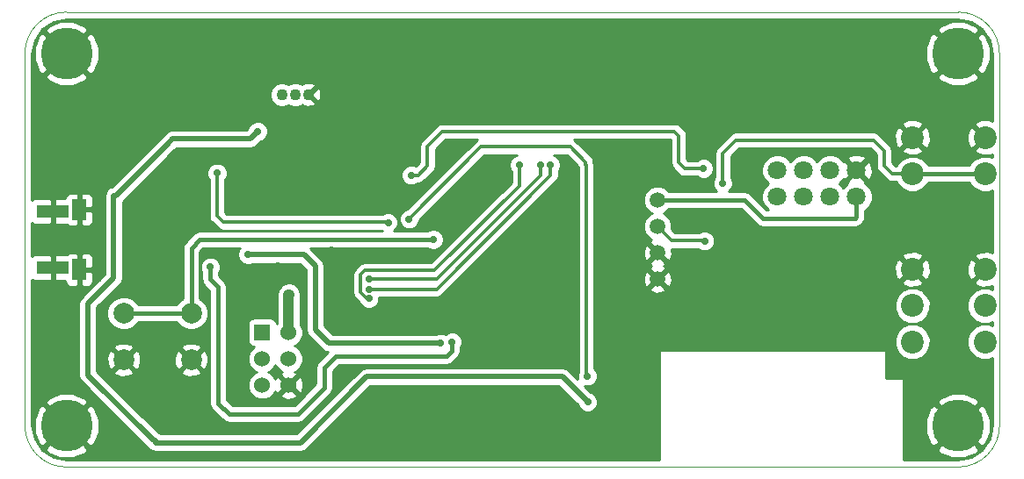
<source format=gbl>
G04 #@! TF.FileFunction,Copper,L2,Bot,Signal*
%FSLAX46Y46*%
G04 Gerber Fmt 4.6, Leading zero omitted, Abs format (unit mm)*
G04 Created by KiCad (PCBNEW (2015-01-16 BZR 5376)-product) date 23/06/2015 13:59:23*
%MOMM*%
G01*
G04 APERTURE LIST*
%ADD10C,0.150000*%
%ADD11C,0.100000*%
%ADD12C,1.800000*%
%ADD13R,1.460000X2.000000*%
%ADD14R,3.150000X1.300000*%
%ADD15R,1.524000X1.524000*%
%ADD16C,1.524000*%
%ADD17C,2.200000*%
%ADD18C,1.100000*%
%ADD19C,2.000000*%
%ADD20C,1.500000*%
%ADD21C,5.000000*%
%ADD22C,0.700000*%
%ADD23C,0.300000*%
%ADD24C,1.000000*%
%ADD25C,0.400000*%
%ADD26C,0.500000*%
%ADD27C,0.254000*%
G04 APERTURE END LIST*
D10*
D11*
X79767400Y39916100D02*
X-6110000Y39916100D01*
X83767900Y35915600D02*
G75*
G03X79767400Y39916100I-4000500J0D01*
G01*
X83767900Y0D02*
X83767900Y35915600D01*
X79767400Y-4000500D02*
G75*
G03X83767900Y0I0J4000500D01*
G01*
X-6110000Y-4000500D02*
X79767400Y-4000500D01*
X-10110500Y0D02*
G75*
G03X-6110000Y-4000500I4000500J0D01*
G01*
X-10110500Y35915600D02*
X-10110500Y0D01*
X-6110000Y39916100D02*
G75*
G03X-10110500Y35915600I0J-4000500D01*
G01*
D12*
X69991618Y24634018D03*
X69991618Y22094018D03*
X67451618Y24634018D03*
X67451618Y22094018D03*
X64911618Y24634018D03*
X64911618Y22094018D03*
X62371618Y24634018D03*
X62371618Y22094018D03*
D13*
X-4873962Y20855278D03*
X-4873962Y15055278D03*
D14*
X-7428962Y20680278D03*
X-7428962Y15230278D03*
D15*
X12758718Y8997818D03*
D16*
X15298718Y8997818D03*
X12758718Y6457818D03*
X15298718Y6457818D03*
X12758718Y3917818D03*
X15298718Y3917818D03*
D17*
X82374118Y8091118D03*
X82374118Y11591118D03*
X82374118Y15091118D03*
X75374118Y8091118D03*
X75374118Y11591118D03*
X75374118Y15091118D03*
X82383008Y24310228D03*
X82383008Y27810228D03*
X75383008Y24310228D03*
X75383008Y27810228D03*
D18*
X17228718Y31957818D03*
X15928718Y31957818D03*
X14628718Y31957818D03*
D19*
X5906726Y10848998D03*
X5906726Y6348998D03*
X-593274Y6348998D03*
X-593274Y10848998D03*
D20*
X50828718Y21767818D03*
X50828718Y19227818D03*
X50828718Y16687818D03*
X50828718Y14147818D03*
D21*
X-6110000Y35915600D03*
X-6110000Y0D03*
X79767400Y0D03*
X79767400Y35915600D03*
D22*
X27096098Y24161578D03*
X55241838Y24819438D03*
X15328718Y12657818D03*
X55362488Y17819198D03*
X26900000Y19925000D03*
X44075000Y4775000D03*
X31043258Y8080838D03*
X7741298Y15319838D03*
X11360798Y16516178D03*
X29928718Y7957818D03*
X23028718Y12257818D03*
X37528718Y25157818D03*
X40528718Y25157818D03*
X23028718Y13157818D03*
X39528718Y25157818D03*
X23028718Y14157818D03*
X29222078Y17956358D03*
X57108738Y23397038D03*
X6700000Y32250000D03*
X14228718Y15457818D03*
X20728718Y26457818D03*
X23228718Y20557818D03*
X22228718Y26457818D03*
X23728718Y26457818D03*
X29228718Y20357818D03*
X30428718Y26457818D03*
X24928718Y11757818D03*
X29128718Y2157818D03*
X33428718Y11957818D03*
X19428718Y16957818D03*
X35028718Y10457818D03*
X14328718Y23657818D03*
X18428718Y30557818D03*
X38828718Y20257818D03*
X39128718Y17657818D03*
X50378718Y26457818D03*
X58828718Y19657818D03*
X57928718Y29357818D03*
X281318Y18004618D03*
X18428718Y25257818D03*
X8400000Y24375000D03*
X24875000Y19600000D03*
X12325000Y28400000D03*
X44100000Y2275000D03*
D23*
X27096098Y24161578D02*
X27078318Y24143798D01*
X27078318Y24143798D02*
X27060538Y24143798D01*
X27771738Y24161578D02*
X28678518Y25068358D01*
X28678518Y25068358D02*
X28678518Y26970818D01*
X28678518Y26970818D02*
X30100918Y28393218D01*
X50636818Y28393218D02*
X50649518Y28393218D01*
X30100918Y28393218D02*
X50636818Y28393218D01*
X27096098Y24161578D02*
X27771738Y24161578D01*
X52450378Y28393218D02*
X52859318Y27984278D01*
X52859318Y27984278D02*
X52859318Y25406178D01*
X52859318Y25406178D02*
X53446058Y24819438D01*
X53446058Y24819438D02*
X55241838Y24819438D01*
X50636818Y28393218D02*
X52450378Y28393218D01*
D24*
X15298718Y12627818D02*
X15328718Y12657818D01*
X15298718Y8997818D02*
X15298718Y12627818D01*
D25*
X69991618Y20153458D02*
X69839218Y20001058D01*
X69839218Y20001058D02*
X60949218Y20001058D01*
X60949218Y20001058D02*
X59182458Y21767818D01*
X59182458Y21767818D02*
X50828718Y21767818D01*
X69991618Y22094018D02*
X69991618Y20153458D01*
D23*
X55362488Y17819198D02*
X55385348Y17842058D01*
X55385348Y17842058D02*
X52214478Y17842058D01*
X52214478Y17842058D02*
X50828718Y19227818D01*
X44075000Y4775000D02*
X43950000Y4900000D01*
X26875000Y19950000D02*
X26900000Y19925000D01*
X33825000Y26900000D02*
X26875000Y19950000D01*
X42425000Y26900000D02*
X33825000Y26900000D01*
X43900000Y25425000D02*
X42425000Y26900000D01*
X43900000Y25175000D02*
X43900000Y25425000D01*
X43950000Y25175000D02*
X43900000Y25175000D01*
X43950000Y4900000D02*
X43950000Y25175000D01*
D26*
X44075000Y4775000D02*
X44100000Y4750000D01*
D25*
X31043258Y8080838D02*
X31028018Y8065598D01*
X31028018Y8065598D02*
X31028018Y7235018D01*
X31028018Y7235018D02*
X30494618Y6701618D01*
X30494618Y6701618D02*
X19864718Y6701618D01*
X19864718Y6701618D02*
X18759818Y5596718D01*
X18759818Y5596718D02*
X18759818Y3691718D01*
X18759818Y3691718D02*
X16169018Y1100918D01*
X16169018Y1100918D02*
X9577718Y1100918D01*
X9577718Y1100918D02*
X8515998Y2162638D01*
X8515998Y2162638D02*
X8515998Y13351338D01*
X8515998Y13351338D02*
X7733678Y14133658D01*
X7733678Y14133658D02*
X7741298Y15319838D01*
D26*
X16748138Y16516178D02*
X11360798Y16516178D01*
X17850498Y15413818D02*
X16748138Y16516178D01*
X17850498Y9279718D02*
X17850498Y15413818D01*
X19172398Y7957818D02*
X17850498Y9279718D01*
X29928718Y7957818D02*
X19172398Y7957818D01*
D23*
X23028718Y12257818D02*
X22828718Y12257818D01*
X29328718Y14957818D02*
X37528718Y23157818D01*
X22628718Y14957818D02*
X29328718Y14957818D01*
X22228718Y14557818D02*
X22628718Y14957818D01*
X22228718Y12857818D02*
X22228718Y14557818D01*
X22828718Y12257818D02*
X22228718Y12857818D01*
X37528718Y23157818D02*
X37528718Y25157818D01*
X23028718Y13157818D02*
X29528718Y13157818D01*
X29528718Y13157818D02*
X40528718Y24157818D01*
X40528718Y25157818D02*
X40528718Y24157818D01*
X23028718Y14157818D02*
X29528718Y14157818D01*
X29528718Y14157818D02*
X39528718Y24157818D01*
X39528718Y25157818D02*
X39528718Y24157818D01*
D25*
X29222078Y17956358D02*
X6735458Y17956358D01*
X5906726Y17127626D02*
X5906726Y10848998D01*
X6735458Y17956358D02*
X5906726Y17127626D01*
X-593274Y10848998D02*
X5906726Y10848998D01*
X82383008Y24310228D02*
X75383008Y24310228D01*
D23*
X57108738Y23397038D02*
X57202718Y23397038D01*
X57108738Y26292638D02*
X58371118Y27555018D01*
X58371118Y27555018D02*
X71629918Y27555018D01*
X71629918Y27555018D02*
X72645918Y26539018D01*
X72645918Y26539018D02*
X72645918Y25116618D01*
X72645918Y25116618D02*
X73452308Y24310228D01*
X73452308Y24310228D02*
X75383008Y24310228D01*
X57108738Y23397038D02*
X57108738Y26292638D01*
X6700000Y32250000D02*
X6675000Y32275000D01*
D26*
X281318Y18004618D02*
X286398Y18009698D01*
X286398Y18009698D02*
X286398Y18014778D01*
D23*
X8400000Y24375000D02*
X8400000Y20650000D01*
X8400000Y20650000D02*
X8400000Y20225000D01*
X8400000Y20225000D02*
X8425000Y20225000D01*
X8425000Y20225000D02*
X9025000Y19625000D01*
X9025000Y19625000D02*
X24850000Y19625000D01*
X24850000Y19625000D02*
X24875000Y19600000D01*
D26*
X3662500Y27212500D02*
X4125000Y27675000D01*
X11600000Y27675000D02*
X12325000Y28400000D01*
X4125000Y27675000D02*
X11600000Y27675000D01*
X44100000Y2275000D02*
X41650000Y4725000D01*
X-1325000Y22225000D02*
X3662500Y27212500D01*
X3662500Y27212500D02*
X3700000Y27250000D01*
X-1550000Y22225000D02*
X-1325000Y22225000D01*
X-1550000Y14275000D02*
X-1550000Y22225000D01*
X-4050000Y11775000D02*
X-1550000Y14275000D01*
X-4050000Y11550000D02*
X-4050000Y11775000D01*
X-4050000Y4875000D02*
X-4050000Y11550000D01*
X2275000Y-1450000D02*
X-4050000Y4875000D01*
X2450000Y-1450000D02*
X2275000Y-1450000D01*
X2450000Y-1650000D02*
X2450000Y-1450000D01*
X3225000Y-1650000D02*
X2450000Y-1650000D01*
X16425000Y-1650000D02*
X3225000Y-1650000D01*
X22800000Y4725000D02*
X16425000Y-1650000D01*
X23800000Y4725000D02*
X22800000Y4725000D01*
X41650000Y4725000D02*
X23800000Y4725000D01*
X44100000Y2275000D02*
X44075000Y2300000D01*
D27*
G36*
X83082900Y67468D02*
X82902694Y-838488D01*
X82902694Y-622108D01*
X82902105Y625072D01*
X82425964Y1774579D01*
X82003280Y2056275D01*
X81823675Y1876670D01*
X81823675Y2235880D01*
X81541979Y2658564D01*
X80389508Y3135294D01*
X79142328Y3134705D01*
X77992821Y2658564D01*
X77711125Y2235880D01*
X79767400Y179605D01*
X81823675Y2235880D01*
X81823675Y1876670D01*
X79947005Y0D01*
X82003280Y-2056275D01*
X82425964Y-1774579D01*
X82902694Y-622108D01*
X82902694Y-838488D01*
X82818124Y-1263650D01*
X82102323Y-2334923D01*
X81823675Y-2521109D01*
X81823675Y-2235880D01*
X79767400Y-179605D01*
X79587795Y-359210D01*
X79587795Y0D01*
X77531520Y2056275D01*
X77119441Y1781647D01*
X77119441Y14802711D01*
X77096954Y15492571D01*
X76876217Y16025477D01*
X76598986Y16136381D01*
X76419381Y15956776D01*
X76419381Y16315986D01*
X76308477Y16593217D01*
X75662525Y16836441D01*
X74972665Y16813954D01*
X74439759Y16593217D01*
X74328855Y16315986D01*
X75374118Y15270723D01*
X76419381Y16315986D01*
X76419381Y15956776D01*
X75553723Y15091118D01*
X76598986Y14045855D01*
X76876217Y14156759D01*
X77119441Y14802711D01*
X77119441Y1781647D01*
X77109419Y1774968D01*
X77109419Y8434717D01*
X77109419Y11934717D01*
X76845837Y12572633D01*
X76419381Y12999835D01*
X76419381Y13866250D01*
X75374118Y14911513D01*
X75194513Y14731908D01*
X75194513Y15091118D01*
X74149250Y16136381D01*
X73872019Y16025477D01*
X73628795Y15379525D01*
X73651282Y14689665D01*
X73872019Y14156759D01*
X74149250Y14045855D01*
X75194513Y15091118D01*
X75194513Y14731908D01*
X74328855Y13866250D01*
X74439759Y13589019D01*
X75085711Y13345795D01*
X75775571Y13368282D01*
X76308477Y13589019D01*
X76419381Y13866250D01*
X76419381Y12999835D01*
X76358200Y13061122D01*
X75720745Y13325817D01*
X75030519Y13326419D01*
X74392603Y13062837D01*
X73904114Y12575200D01*
X73639419Y11937745D01*
X73638817Y11247519D01*
X73902399Y10609603D01*
X74390036Y10121114D01*
X75027491Y9856419D01*
X75717717Y9855817D01*
X76355633Y10119399D01*
X76844122Y10607036D01*
X77108817Y11244491D01*
X77109419Y11934717D01*
X77109419Y8434717D01*
X76845837Y9072633D01*
X76358200Y9561122D01*
X75720745Y9825817D01*
X75030519Y9826419D01*
X74392603Y9562837D01*
X73904114Y9075200D01*
X73639419Y8437745D01*
X73638817Y7747519D01*
X73902399Y7109603D01*
X74390036Y6621114D01*
X75027491Y6356419D01*
X75717717Y6355817D01*
X76355633Y6619399D01*
X76844122Y7107036D01*
X77108817Y7744491D01*
X77109419Y8434717D01*
X77109419Y1774968D01*
X77108836Y1774579D01*
X76632106Y622108D01*
X76632695Y-625072D01*
X77108836Y-1774579D01*
X77531520Y-2056275D01*
X79587795Y0D01*
X79587795Y-359210D01*
X77711125Y-2235880D01*
X77992821Y-2658564D01*
X79145292Y-3135294D01*
X80392472Y-3134705D01*
X81541979Y-2658564D01*
X81823675Y-2235880D01*
X81823675Y-2521109D01*
X81031051Y-3050723D01*
X79699932Y-3315500D01*
X74550918Y-3315500D01*
X74550918Y4468163D01*
X74535678Y4467955D01*
X74535678Y4570558D01*
X72793473Y4570558D01*
X72798318Y7196801D01*
X72798318Y7327750D01*
X71538076Y7327528D01*
X71538076Y24393354D01*
X71512457Y25003478D01*
X71328261Y25448166D01*
X71071777Y25534572D01*
X70892172Y25354967D01*
X70892172Y25714177D01*
X70805766Y25970661D01*
X70232282Y26180476D01*
X69622158Y26154857D01*
X69177470Y25970661D01*
X69091064Y25714177D01*
X69991618Y24813623D01*
X70892172Y25714177D01*
X70892172Y25354967D01*
X70171223Y24634018D01*
X71071777Y23733464D01*
X71328261Y23819870D01*
X71538076Y24393354D01*
X71538076Y7327528D01*
X52225919Y7324117D01*
X52225919Y13942989D01*
X52197948Y14493266D01*
X52041178Y14871741D01*
X51800235Y14939730D01*
X51620630Y14760125D01*
X51620630Y15119335D01*
X51552641Y15360278D01*
X51403207Y15413461D01*
X51552641Y15475358D01*
X51620630Y15716301D01*
X50828718Y16508213D01*
X50649113Y16328608D01*
X50649113Y16687818D01*
X49857201Y17479730D01*
X49616258Y17411741D01*
X49431517Y16892647D01*
X49459488Y16342370D01*
X49616258Y15963895D01*
X49857201Y15895906D01*
X50649113Y16687818D01*
X50649113Y16328608D01*
X50036806Y15716301D01*
X50104795Y15475358D01*
X50254228Y15422176D01*
X50104795Y15360278D01*
X50036806Y15119335D01*
X50828718Y14327423D01*
X51620630Y15119335D01*
X51620630Y14760125D01*
X51008323Y14147818D01*
X51800235Y13355906D01*
X52041178Y13423895D01*
X52225919Y13942989D01*
X52225919Y7324117D01*
X51620630Y7324010D01*
X51620630Y13176301D01*
X50828718Y13968213D01*
X50649113Y13788608D01*
X50649113Y14147818D01*
X49857201Y14939730D01*
X49616258Y14871741D01*
X49431517Y14352647D01*
X49459488Y13802370D01*
X49616258Y13423895D01*
X49857201Y13355906D01*
X50649113Y14147818D01*
X50649113Y13788608D01*
X50036806Y13176301D01*
X50104795Y12935358D01*
X50623889Y12750617D01*
X51174166Y12778588D01*
X51552641Y12935358D01*
X51620630Y13176301D01*
X51620630Y7324010D01*
X50979804Y7323896D01*
X50972579Y-3315500D01*
X-2974706Y-3315500D01*
X-2974706Y-622108D01*
X-2975295Y625072D01*
X-3451436Y1774579D01*
X-3874120Y2056275D01*
X-4053725Y1876670D01*
X-4053725Y2235880D01*
X-4335421Y2658564D01*
X-5000962Y2933872D01*
X-5000962Y13579028D01*
X-5000962Y14928278D01*
X-5020962Y14928278D01*
X-5020962Y15182278D01*
X-5000962Y15182278D01*
X-5000962Y16531528D01*
X-5000962Y19379028D01*
X-5000962Y20728278D01*
X-5020962Y20728278D01*
X-5020962Y20982278D01*
X-5000962Y20982278D01*
X-5000962Y22331528D01*
X-5159712Y22490278D01*
X-5477653Y22490278D01*
X-5730272Y22490278D01*
X-5963661Y22393605D01*
X-6142289Y22214976D01*
X-6238962Y21981587D01*
X-6238962Y21965278D01*
X-7143212Y21965278D01*
X-7301962Y21806528D01*
X-7301962Y20807278D01*
X-7281962Y20807278D01*
X-7281962Y20553278D01*
X-7301962Y20553278D01*
X-7301962Y19554028D01*
X-7143212Y19395278D01*
X-6041988Y19395278D01*
X-5963661Y19316951D01*
X-5730272Y19220278D01*
X-5477653Y19220278D01*
X-5159712Y19220278D01*
X-5000962Y19379028D01*
X-5000962Y16531528D01*
X-5159712Y16690278D01*
X-5477653Y16690278D01*
X-5730272Y16690278D01*
X-5963661Y16593605D01*
X-6041988Y16515278D01*
X-7143212Y16515278D01*
X-7301962Y16356528D01*
X-7301962Y15357278D01*
X-7281962Y15357278D01*
X-7281962Y15103278D01*
X-7301962Y15103278D01*
X-7301962Y14104028D01*
X-7143212Y13945278D01*
X-6238962Y13945278D01*
X-6238962Y13928969D01*
X-6142289Y13695580D01*
X-5963661Y13516951D01*
X-5730272Y13420278D01*
X-5477653Y13420278D01*
X-5159712Y13420278D01*
X-5000962Y13579028D01*
X-5000962Y2933872D01*
X-5487892Y3135294D01*
X-6735072Y3134705D01*
X-7884579Y2658564D01*
X-8166275Y2235880D01*
X-6110000Y179605D01*
X-4053725Y2235880D01*
X-4053725Y1876670D01*
X-5930395Y0D01*
X-3874120Y-2056275D01*
X-3451436Y-1774579D01*
X-2974706Y-622108D01*
X-2974706Y-3315500D01*
X-4053725Y-3315500D01*
X-4053725Y-2235880D01*
X-6110000Y-179605D01*
X-6289605Y-359210D01*
X-6289605Y0D01*
X-8345880Y2056275D01*
X-8768564Y1774579D01*
X-9245294Y622108D01*
X-9244705Y-625072D01*
X-8768564Y-1774579D01*
X-8345880Y-2056275D01*
X-6289605Y0D01*
X-6289605Y-359210D01*
X-8166275Y-2235880D01*
X-7884579Y-2658564D01*
X-6732108Y-3135294D01*
X-5484928Y-3134705D01*
X-4335421Y-2658564D01*
X-4053725Y-2235880D01*
X-4053725Y-3315500D01*
X-6042533Y-3315500D01*
X-7373651Y-3050724D01*
X-8444924Y-2334923D01*
X-9160724Y-1263651D01*
X-9425500Y67468D01*
X-9425500Y14103791D01*
X-9363661Y14041951D01*
X-9130272Y13945278D01*
X-8877653Y13945278D01*
X-7714712Y13945278D01*
X-7555962Y14104028D01*
X-7555962Y15103278D01*
X-7575962Y15103278D01*
X-7575962Y15357278D01*
X-7555962Y15357278D01*
X-7555962Y16356528D01*
X-7714712Y16515278D01*
X-8877653Y16515278D01*
X-9130272Y16515278D01*
X-9363661Y16418605D01*
X-9425500Y16356766D01*
X-9425500Y19553791D01*
X-9363661Y19491951D01*
X-9130272Y19395278D01*
X-8877653Y19395278D01*
X-7714712Y19395278D01*
X-7555962Y19554028D01*
X-7555962Y20553278D01*
X-7575962Y20553278D01*
X-7575962Y20807278D01*
X-7555962Y20807278D01*
X-7555962Y21806528D01*
X-7714712Y21965278D01*
X-8877653Y21965278D01*
X-9130272Y21965278D01*
X-9363661Y21868605D01*
X-9425500Y21806766D01*
X-9425500Y35848133D01*
X-9160724Y37179252D01*
X-8444924Y38250524D01*
X-7373651Y38966325D01*
X-6042533Y39231100D01*
X79699932Y39231100D01*
X81031051Y38966324D01*
X82102323Y38250524D01*
X82818124Y37179251D01*
X83082900Y35848133D01*
X83082900Y29400613D01*
X82902694Y29468467D01*
X82902694Y35293492D01*
X82902105Y36540672D01*
X82425964Y37690179D01*
X82003280Y37971875D01*
X81823675Y37792270D01*
X81823675Y38151480D01*
X81541979Y38574164D01*
X80389508Y39050894D01*
X79142328Y39050305D01*
X77992821Y38574164D01*
X77711125Y38151480D01*
X79767400Y36095205D01*
X81823675Y38151480D01*
X81823675Y37792270D01*
X79947005Y35915600D01*
X82003280Y33859325D01*
X82425964Y34141021D01*
X82902694Y35293492D01*
X82902694Y29468467D01*
X82671415Y29555551D01*
X81981555Y29533064D01*
X81823675Y29467668D01*
X81823675Y33679720D01*
X79767400Y35735995D01*
X79587795Y35556390D01*
X79587795Y35915600D01*
X77531520Y37971875D01*
X77108836Y37690179D01*
X76632106Y36537708D01*
X76632695Y35290528D01*
X77108836Y34141021D01*
X77531520Y33859325D01*
X79587795Y35915600D01*
X79587795Y35556390D01*
X77711125Y33679720D01*
X77992821Y33257036D01*
X79145292Y32780306D01*
X80392472Y32780895D01*
X81541979Y33257036D01*
X81823675Y33679720D01*
X81823675Y29467668D01*
X81448649Y29312327D01*
X81337745Y29035096D01*
X82383008Y27989833D01*
X82397150Y28003976D01*
X82576755Y27824371D01*
X82562613Y27810228D01*
X82576755Y27796086D01*
X82397150Y27616481D01*
X82383008Y27630623D01*
X82203403Y27451018D01*
X82203403Y27810228D01*
X81158140Y28855491D01*
X80880909Y28744587D01*
X80637685Y28098635D01*
X80660172Y27408775D01*
X80880909Y26875869D01*
X81158140Y26764965D01*
X82203403Y27810228D01*
X82203403Y27451018D01*
X81337745Y26585360D01*
X81448649Y26308129D01*
X82094601Y26064905D01*
X82784461Y26087392D01*
X83082900Y26211010D01*
X83082900Y25898239D01*
X82729635Y26044927D01*
X82039409Y26045529D01*
X81401493Y25781947D01*
X80913004Y25294310D01*
X80851099Y25145228D01*
X77128331Y25145228D01*
X77128331Y27521821D01*
X77105844Y28211681D01*
X76885107Y28744587D01*
X76607876Y28855491D01*
X76428271Y28675886D01*
X76428271Y29035096D01*
X76317367Y29312327D01*
X75671415Y29555551D01*
X74981555Y29533064D01*
X74448649Y29312327D01*
X74337745Y29035096D01*
X75383008Y27989833D01*
X76428271Y29035096D01*
X76428271Y28675886D01*
X75562613Y27810228D01*
X76607876Y26764965D01*
X76885107Y26875869D01*
X77128331Y27521821D01*
X77128331Y25145228D01*
X76915265Y25145228D01*
X76854727Y25291743D01*
X76428271Y25718945D01*
X76428271Y26585360D01*
X75383008Y27630623D01*
X75203403Y27451018D01*
X75203403Y27810228D01*
X74158140Y28855491D01*
X73880909Y28744587D01*
X73637685Y28098635D01*
X73660172Y27408775D01*
X73880909Y26875869D01*
X74158140Y26764965D01*
X75203403Y27810228D01*
X75203403Y27451018D01*
X74337745Y26585360D01*
X74448649Y26308129D01*
X75094601Y26064905D01*
X75784461Y26087392D01*
X76317367Y26308129D01*
X76428271Y26585360D01*
X76428271Y25718945D01*
X76367090Y25780232D01*
X75729635Y26044927D01*
X75039409Y26045529D01*
X74401493Y25781947D01*
X73913004Y25294310D01*
X73830337Y25095228D01*
X73777466Y25095228D01*
X73430918Y25441776D01*
X73430918Y26539018D01*
X73371163Y26839424D01*
X73371163Y26839425D01*
X73200997Y27094097D01*
X72184997Y28110097D01*
X71930325Y28280263D01*
X71629918Y28340018D01*
X58371118Y28340018D01*
X58070712Y28280263D01*
X57816039Y28110097D01*
X56553659Y26847717D01*
X56383493Y26593045D01*
X56323738Y26292638D01*
X56323738Y24005193D01*
X56274183Y23955724D01*
X56227008Y23842114D01*
X56227008Y25014507D01*
X56077367Y25376667D01*
X55800524Y25653993D01*
X55438626Y25804266D01*
X55046769Y25804608D01*
X54684609Y25654967D01*
X54633991Y25604438D01*
X53771216Y25604438D01*
X53644318Y25731336D01*
X53644318Y27984278D01*
X53584563Y28284684D01*
X53584562Y28284685D01*
X53414397Y28539357D01*
X53414393Y28539360D01*
X53005457Y28948297D01*
X52750785Y29118463D01*
X52450378Y29178218D01*
X50649518Y29178218D01*
X50636818Y29178218D01*
X30100918Y29178218D01*
X29800511Y29118463D01*
X29545839Y28948297D01*
X28123439Y27525897D01*
X27953273Y27271225D01*
X27893518Y26970818D01*
X27893518Y25393516D01*
X27542683Y25042682D01*
X27292886Y25146406D01*
X26901029Y25146748D01*
X26538869Y24997107D01*
X26261543Y24720264D01*
X26111270Y24358366D01*
X26110928Y23966509D01*
X26260569Y23604349D01*
X26537412Y23327023D01*
X26899310Y23176750D01*
X27291167Y23176408D01*
X27653327Y23326049D01*
X27703944Y23376578D01*
X27771738Y23376578D01*
X28072144Y23436333D01*
X28072145Y23436333D01*
X28326817Y23606499D01*
X29233597Y24513279D01*
X29403763Y24767952D01*
X29463518Y25068358D01*
X29463519Y25068358D01*
X29463518Y25068364D01*
X29463518Y26645660D01*
X30426075Y27608218D01*
X33499110Y27608218D01*
X33269921Y27455079D01*
X26724994Y20910153D01*
X26704931Y20910170D01*
X26342771Y20760529D01*
X26065445Y20483686D01*
X25915172Y20121788D01*
X25914830Y19729931D01*
X26064471Y19367771D01*
X26341314Y19090445D01*
X26703212Y18940172D01*
X27095069Y18939830D01*
X27457229Y19089471D01*
X27734555Y19366314D01*
X27884828Y19728212D01*
X27884934Y19849777D01*
X34150158Y26115000D01*
X37265912Y26115000D01*
X36971489Y25993347D01*
X36694163Y25716504D01*
X36543890Y25354606D01*
X36543548Y24962749D01*
X36693189Y24600589D01*
X36743718Y24549972D01*
X36743718Y23482976D01*
X29003560Y15742818D01*
X22628718Y15742818D01*
X22328312Y15683063D01*
X22073639Y15512897D01*
X21673639Y15112897D01*
X21503473Y14858225D01*
X21443718Y14557818D01*
X21443718Y12857818D01*
X21503473Y12557411D01*
X21673639Y12302739D01*
X22135027Y11841351D01*
X22193189Y11700589D01*
X22470032Y11423263D01*
X22831930Y11272990D01*
X23223787Y11272648D01*
X23585947Y11422289D01*
X23863273Y11699132D01*
X24013546Y12061030D01*
X24013818Y12372818D01*
X29528718Y12372818D01*
X29829124Y12432573D01*
X29829125Y12432573D01*
X30083797Y12602739D01*
X41083797Y23602739D01*
X41253963Y23857411D01*
X41253963Y23857412D01*
X41313718Y24157818D01*
X41313718Y24549664D01*
X41363273Y24599132D01*
X41513546Y24961030D01*
X41513888Y25352887D01*
X41364247Y25715047D01*
X41087404Y25992373D01*
X40792085Y26115000D01*
X42099842Y26115000D01*
X43133662Y25081180D01*
X43165000Y24923636D01*
X43165000Y5151995D01*
X43090172Y4971788D01*
X43089830Y4579931D01*
X43120235Y4506345D01*
X42275790Y5350790D01*
X41988675Y5542633D01*
X41932484Y5553811D01*
X41650000Y5610001D01*
X41649994Y5610000D01*
X32028428Y5610000D01*
X32028428Y8275907D01*
X31878787Y8638067D01*
X31601944Y8915393D01*
X31240046Y9065666D01*
X30848189Y9066008D01*
X30486029Y8916367D01*
X30398711Y8829202D01*
X30125506Y8942646D01*
X29733649Y8942988D01*
X29491218Y8842818D01*
X19538977Y8842818D01*
X18735498Y9646298D01*
X18735498Y15413818D01*
X18668131Y15752493D01*
X18476288Y16039608D01*
X18476284Y16039611D01*
X17394537Y17121358D01*
X28664463Y17121358D01*
X29025290Y16971530D01*
X29417147Y16971188D01*
X29779307Y17120829D01*
X30056633Y17397672D01*
X30206906Y17759570D01*
X30207248Y18151427D01*
X30057607Y18513587D01*
X29780764Y18790913D01*
X29418866Y18941186D01*
X29027009Y18941528D01*
X28664849Y18791887D01*
X28664319Y18791358D01*
X25459162Y18791358D01*
X25709555Y19041314D01*
X25859828Y19403212D01*
X25860170Y19795069D01*
X25710529Y20157229D01*
X25433686Y20434555D01*
X25071788Y20584828D01*
X24679931Y20585170D01*
X24317771Y20435529D01*
X24292197Y20410000D01*
X18426690Y20410000D01*
X18426690Y31800819D01*
X18395581Y32271214D01*
X18275419Y32561310D01*
X18055151Y32604646D01*
X17408323Y31957818D01*
X18055151Y31310990D01*
X18275419Y31354326D01*
X18426690Y31800819D01*
X18426690Y20410000D01*
X17875546Y20410000D01*
X17875546Y31131385D01*
X17228718Y31778213D01*
X17214575Y31764071D01*
X17113637Y31865009D01*
X17113800Y32050791D01*
X17214575Y32151566D01*
X17228718Y32137423D01*
X17875546Y32784251D01*
X17832210Y33004519D01*
X17385717Y33155790D01*
X16915322Y33124681D01*
X16625226Y33004519D01*
X16614195Y32948452D01*
X16600843Y32961827D01*
X16165463Y33142612D01*
X15694041Y33143024D01*
X15278233Y32971216D01*
X14865463Y33142612D01*
X14394041Y33143024D01*
X13958346Y32962998D01*
X13624709Y32629943D01*
X13443924Y32194563D01*
X13443512Y31723141D01*
X13623538Y31287446D01*
X13956593Y30953809D01*
X14391973Y30773024D01*
X14863395Y30772612D01*
X15279202Y30944421D01*
X15691973Y30773024D01*
X16163395Y30772612D01*
X16599090Y30952638D01*
X16614107Y30967630D01*
X16625226Y30911117D01*
X17071719Y30759846D01*
X17542114Y30790955D01*
X17832210Y30911117D01*
X17875546Y31131385D01*
X17875546Y20410000D01*
X9350158Y20410000D01*
X9185000Y20575158D01*
X9185000Y20650000D01*
X9185000Y23766846D01*
X9234555Y23816314D01*
X9384828Y24178212D01*
X9385170Y24570069D01*
X9235529Y24932229D01*
X8958686Y25209555D01*
X8596788Y25359828D01*
X8204931Y25360170D01*
X7842771Y25210529D01*
X7565445Y24933686D01*
X7415172Y24571788D01*
X7414830Y24179931D01*
X7564471Y23817771D01*
X7615000Y23767154D01*
X7615000Y20650000D01*
X7615000Y20225000D01*
X7674755Y19924594D01*
X7844921Y19669921D01*
X7920261Y19619581D01*
X8469921Y19069921D01*
X8724593Y18899755D01*
X8724594Y18899755D01*
X9025000Y18840000D01*
X24241888Y18840000D01*
X24290446Y18791358D01*
X6735458Y18791358D01*
X6415917Y18727797D01*
X6145024Y18546792D01*
X5316292Y17718060D01*
X5135287Y17447167D01*
X5071726Y17127626D01*
X5071726Y12273056D01*
X4981783Y12235892D01*
X4521448Y11776361D01*
X4483095Y11683998D01*
X830783Y11683998D01*
X793620Y11773941D01*
X334089Y12234276D01*
X-266626Y12483714D01*
X-917069Y12484282D01*
X-1518217Y12235892D01*
X-1978552Y11776361D01*
X-2227990Y11175646D01*
X-2228558Y10525203D01*
X-1980168Y9924055D01*
X-1520637Y9463720D01*
X-919922Y9214282D01*
X-269479Y9213714D01*
X331669Y9462104D01*
X792004Y9921635D01*
X830356Y10013998D01*
X4482668Y10013998D01*
X4519832Y9924055D01*
X4979363Y9463720D01*
X5580078Y9214282D01*
X6230521Y9213714D01*
X6831669Y9462104D01*
X7292004Y9921635D01*
X7541442Y10522350D01*
X7542010Y11172793D01*
X7293620Y11773941D01*
X6834089Y12234276D01*
X6741726Y12272629D01*
X6741726Y16781758D01*
X7081326Y17121358D01*
X10572818Y17121358D01*
X10526243Y17074864D01*
X10375970Y16712966D01*
X10375628Y16321109D01*
X10525269Y15958949D01*
X10802112Y15681623D01*
X11164010Y15531350D01*
X11555867Y15531008D01*
X11798297Y15631178D01*
X16381558Y15631178D01*
X16965498Y15047239D01*
X16965498Y9279724D01*
X16965497Y9279718D01*
X17021687Y8997234D01*
X17032865Y8941043D01*
X17224708Y8653928D01*
X18546605Y7332032D01*
X18546608Y7332028D01*
X18546609Y7332028D01*
X18833723Y7140185D01*
X18833724Y7140185D01*
X18889913Y7129008D01*
X19074518Y7092287D01*
X18169384Y6187152D01*
X17988379Y5916259D01*
X17924818Y5596718D01*
X17924818Y4037587D01*
X16707862Y2820631D01*
X16707862Y3710120D01*
X16695960Y3947915D01*
X16695960Y6734479D01*
X16483728Y7248121D01*
X16091088Y7641447D01*
X15883205Y7727768D01*
X16089021Y7812808D01*
X16482347Y8205448D01*
X16695475Y8718718D01*
X16695960Y9274479D01*
X16483728Y9788121D01*
X16433718Y9838219D01*
X16433718Y12507002D01*
X16463717Y12657818D01*
X16377321Y13092163D01*
X16131284Y13460384D01*
X15763063Y13706421D01*
X15328718Y13792817D01*
X14894372Y13706421D01*
X14526152Y13460384D01*
X14496152Y13430384D01*
X14250115Y13062164D01*
X14163718Y12627818D01*
X14163718Y9838733D01*
X14154610Y9829641D01*
X14121181Y10001941D01*
X13981391Y10214745D01*
X13770358Y10357195D01*
X13520718Y10407258D01*
X11996718Y10407258D01*
X11754595Y10360281D01*
X11541791Y10220491D01*
X11399341Y10009458D01*
X11349278Y9759818D01*
X11349278Y8235818D01*
X11396255Y7993695D01*
X11536045Y7780891D01*
X11747078Y7638441D01*
X11927729Y7602214D01*
X11575089Y7250188D01*
X11361961Y6736918D01*
X11361476Y6181157D01*
X11573708Y5667515D01*
X11966348Y5274189D01*
X12174230Y5187869D01*
X11968415Y5102828D01*
X11575089Y4710188D01*
X11361961Y4196918D01*
X11361476Y3641157D01*
X11573708Y3127515D01*
X11966348Y2734189D01*
X12479618Y2521061D01*
X13035379Y2520576D01*
X13549021Y2732808D01*
X13942347Y3125448D01*
X14022112Y3317546D01*
X14076321Y3186675D01*
X14318505Y3117210D01*
X15119113Y3917818D01*
X14318505Y4718426D01*
X14076321Y4648961D01*
X14026209Y4508501D01*
X13943728Y4708121D01*
X13551088Y5101447D01*
X13343205Y5187768D01*
X13549021Y5272808D01*
X13942347Y5665448D01*
X14028667Y5873331D01*
X14113708Y5667515D01*
X14506348Y5274189D01*
X14698445Y5194424D01*
X14567575Y5140215D01*
X14498110Y4898031D01*
X15298718Y4097423D01*
X16099326Y4898031D01*
X16029861Y5140215D01*
X15889400Y5190327D01*
X16089021Y5272808D01*
X16482347Y5665448D01*
X16695475Y6178718D01*
X16695960Y6734479D01*
X16695960Y3947915D01*
X16680080Y4265186D01*
X16521115Y4648961D01*
X16278931Y4718426D01*
X15478323Y3917818D01*
X16278931Y3117210D01*
X16521115Y3186675D01*
X16707862Y3710120D01*
X16707862Y2820631D01*
X16099326Y2212095D01*
X16099326Y2937605D01*
X15298718Y3738213D01*
X14498110Y2937605D01*
X14567575Y2695421D01*
X15091020Y2508674D01*
X15646086Y2536456D01*
X16029861Y2695421D01*
X16099326Y2937605D01*
X16099326Y2212095D01*
X15823149Y1935918D01*
X9923586Y1935918D01*
X9350998Y2508506D01*
X9350998Y13351338D01*
X9287438Y13670878D01*
X9287437Y13670879D01*
X9106432Y13941772D01*
X8570903Y14477301D01*
X8572706Y14758011D01*
X8575853Y14761152D01*
X8726126Y15123050D01*
X8726468Y15514907D01*
X8576827Y15877067D01*
X8299984Y16154393D01*
X7938086Y16304666D01*
X7546229Y16305008D01*
X7184069Y16155367D01*
X6906743Y15878524D01*
X6756470Y15516626D01*
X6756128Y15124769D01*
X6902747Y14769921D01*
X6898695Y14139022D01*
X6899211Y14136338D01*
X6898678Y14133658D01*
X6929935Y13976518D01*
X6960202Y13819079D01*
X6961706Y13816797D01*
X6962239Y13814118D01*
X7051229Y13680934D01*
X7139463Y13547029D01*
X7141726Y13545496D01*
X7143244Y13543224D01*
X7680998Y13005470D01*
X7680998Y2162638D01*
X7744559Y1843097D01*
X7925564Y1572204D01*
X8987284Y510484D01*
X9258177Y329479D01*
X9258178Y329479D01*
X9577718Y265918D01*
X16169018Y265918D01*
X16488558Y329479D01*
X16488559Y329479D01*
X16759452Y510484D01*
X19350252Y3101283D01*
X19350252Y3101284D01*
X19440754Y3236731D01*
X19531257Y3372177D01*
X19531257Y3372178D01*
X19594817Y3691718D01*
X19594818Y3691718D01*
X19594818Y5250850D01*
X20210586Y5866618D01*
X30494618Y5866618D01*
X30814158Y5930179D01*
X30814159Y5930179D01*
X31085052Y6111184D01*
X31618452Y6644584D01*
X31618453Y6644584D01*
X31799457Y6915477D01*
X31799458Y6915478D01*
X31863018Y7235018D01*
X31863018Y7507383D01*
X31877813Y7522152D01*
X32028086Y7884050D01*
X32028428Y8275907D01*
X32028428Y5610000D01*
X23800000Y5610000D01*
X22800000Y5610000D01*
X22461325Y5542633D01*
X22174210Y5350790D01*
X22174207Y5350787D01*
X16058420Y-765000D01*
X7552634Y-765000D01*
X7552634Y6084459D01*
X7528582Y6734458D01*
X7326113Y7223262D01*
X7059258Y7321925D01*
X6879653Y7142320D01*
X6879653Y7501530D01*
X6780990Y7768385D01*
X6171265Y7994906D01*
X5521266Y7970854D01*
X5032462Y7768385D01*
X4933799Y7501530D01*
X5906726Y6528603D01*
X6879653Y7501530D01*
X6879653Y7142320D01*
X6086331Y6348998D01*
X7059258Y5376071D01*
X7326113Y5474734D01*
X7552634Y6084459D01*
X7552634Y-765000D01*
X6879653Y-765000D01*
X6879653Y5196466D01*
X5906726Y6169393D01*
X5727121Y5989788D01*
X5727121Y6348998D01*
X4754194Y7321925D01*
X4487339Y7223262D01*
X4260818Y6613537D01*
X4284870Y5963538D01*
X4487339Y5474734D01*
X4754194Y5376071D01*
X5727121Y6348998D01*
X5727121Y5989788D01*
X4933799Y5196466D01*
X5032462Y4929611D01*
X5642187Y4703090D01*
X6292186Y4727142D01*
X6780990Y4929611D01*
X6879653Y5196466D01*
X6879653Y-765000D01*
X3225000Y-765000D01*
X2987175Y-765000D01*
X2788675Y-632367D01*
X2689148Y-612569D01*
X1052634Y1023946D01*
X1052634Y6084459D01*
X1028582Y6734458D01*
X826113Y7223262D01*
X559258Y7321925D01*
X379653Y7142320D01*
X379653Y7501530D01*
X280990Y7768385D01*
X-328735Y7994906D01*
X-978734Y7970854D01*
X-1467538Y7768385D01*
X-1566201Y7501530D01*
X-593274Y6528603D01*
X379653Y7501530D01*
X379653Y7142320D01*
X-413669Y6348998D01*
X559258Y5376071D01*
X826113Y5474734D01*
X1052634Y6084459D01*
X1052634Y1023946D01*
X379653Y1696927D01*
X379653Y5196466D01*
X-593274Y6169393D01*
X-772879Y5989788D01*
X-772879Y6348998D01*
X-1745806Y7321925D01*
X-2012661Y7223262D01*
X-2239182Y6613537D01*
X-2215130Y5963538D01*
X-2012661Y5474734D01*
X-1745806Y5376071D01*
X-772879Y6348998D01*
X-772879Y5989788D01*
X-1566201Y5196466D01*
X-1467538Y4929611D01*
X-857813Y4703090D01*
X-207814Y4727142D01*
X280990Y4929611D01*
X379653Y5196466D01*
X379653Y1696927D01*
X-3165000Y5241580D01*
X-3165000Y11408421D01*
X-924214Y13649208D01*
X-924210Y13649210D01*
X-924210Y13649211D01*
X-732367Y13936325D01*
X-732367Y13936326D01*
X-721190Y13992516D01*
X-665000Y14275000D01*
X-664999Y14275000D01*
X-665000Y14275006D01*
X-665000Y21633421D01*
X4288286Y26586708D01*
X4288289Y26586710D01*
X4288290Y26586710D01*
X4325789Y26624210D01*
X4491579Y26790000D01*
X11599994Y26790000D01*
X11600000Y26789999D01*
X11600000Y26790000D01*
X11882484Y26846190D01*
X11938674Y26857367D01*
X11938675Y26857367D01*
X12225790Y27049210D01*
X12641642Y27465063D01*
X12882229Y27564471D01*
X13159555Y27841314D01*
X13309828Y28203212D01*
X13310170Y28595069D01*
X13160529Y28957229D01*
X12883686Y29234555D01*
X12521788Y29384828D01*
X12129931Y29385170D01*
X11767771Y29235529D01*
X11490445Y28958686D01*
X11389852Y28716432D01*
X11233420Y28560000D01*
X4125005Y28560000D01*
X4125000Y28560001D01*
X3842515Y28503811D01*
X3786325Y28492633D01*
X3499210Y28300790D01*
X3499207Y28300787D01*
X3036710Y27838290D01*
X3036707Y27838287D01*
X-1726735Y23074846D01*
X-1888675Y23042633D01*
X-2175790Y22850790D01*
X-2367633Y22563675D01*
X-2435000Y22225000D01*
X-2435000Y14641580D01*
X-2974706Y14101874D01*
X-2974706Y35293492D01*
X-2975295Y36540672D01*
X-3451436Y37690179D01*
X-3874120Y37971875D01*
X-4053725Y37792270D01*
X-4053725Y38151480D01*
X-4335421Y38574164D01*
X-5487892Y39050894D01*
X-6735072Y39050305D01*
X-7884579Y38574164D01*
X-8166275Y38151480D01*
X-6110000Y36095205D01*
X-4053725Y38151480D01*
X-4053725Y37792270D01*
X-5930395Y35915600D01*
X-3874120Y33859325D01*
X-3451436Y34141021D01*
X-2974706Y35293492D01*
X-2974706Y14101874D01*
X-3508962Y13567618D01*
X-3508962Y13928969D01*
X-3508962Y14769528D01*
X-3508962Y15341028D01*
X-3508962Y16181587D01*
X-3508962Y19728969D01*
X-3508962Y20569528D01*
X-3508962Y21141028D01*
X-3508962Y21981587D01*
X-3605635Y22214976D01*
X-3784263Y22393605D01*
X-4017652Y22490278D01*
X-4053725Y22490278D01*
X-4053725Y33679720D01*
X-6110000Y35735995D01*
X-6289605Y35556390D01*
X-6289605Y35915600D01*
X-8345880Y37971875D01*
X-8768564Y37690179D01*
X-9245294Y36537708D01*
X-9244705Y35290528D01*
X-8768564Y34141021D01*
X-8345880Y33859325D01*
X-6289605Y35915600D01*
X-6289605Y35556390D01*
X-8166275Y33679720D01*
X-7884579Y33257036D01*
X-6732108Y32780306D01*
X-5484928Y32780895D01*
X-4335421Y33257036D01*
X-4053725Y33679720D01*
X-4053725Y22490278D01*
X-4270271Y22490278D01*
X-4588212Y22490278D01*
X-4746962Y22331528D01*
X-4746962Y20982278D01*
X-3667712Y20982278D01*
X-3508962Y21141028D01*
X-3508962Y20569528D01*
X-3667712Y20728278D01*
X-4746962Y20728278D01*
X-4746962Y19379028D01*
X-4588212Y19220278D01*
X-4270271Y19220278D01*
X-4017652Y19220278D01*
X-3784263Y19316951D01*
X-3605635Y19495580D01*
X-3508962Y19728969D01*
X-3508962Y16181587D01*
X-3605635Y16414976D01*
X-3784263Y16593605D01*
X-4017652Y16690278D01*
X-4270271Y16690278D01*
X-4588212Y16690278D01*
X-4746962Y16531528D01*
X-4746962Y15182278D01*
X-3667712Y15182278D01*
X-3508962Y15341028D01*
X-3508962Y14769528D01*
X-3667712Y14928278D01*
X-4746962Y14928278D01*
X-4746962Y13579028D01*
X-4588212Y13420278D01*
X-4270271Y13420278D01*
X-4017652Y13420278D01*
X-3784263Y13516951D01*
X-3605635Y13695580D01*
X-3508962Y13928969D01*
X-3508962Y13567618D01*
X-4675790Y12400790D01*
X-4867633Y12113675D01*
X-4878811Y12057485D01*
X-4935001Y11775000D01*
X-4935000Y11774995D01*
X-4935000Y11550000D01*
X-4935000Y4875006D01*
X-4935001Y4875000D01*
X-4878811Y4592516D01*
X-4867633Y4536325D01*
X-4675790Y4249210D01*
X1649207Y-2075786D01*
X1649210Y-2075790D01*
X1649211Y-2075790D01*
X1723937Y-2125720D01*
X1723937Y-2125721D01*
X1824210Y-2275790D01*
X2111325Y-2467633D01*
X2450000Y-2535000D01*
X3225000Y-2535000D01*
X16424994Y-2535000D01*
X16425000Y-2535001D01*
X16425000Y-2535000D01*
X16707484Y-2478810D01*
X16763674Y-2467633D01*
X16763675Y-2467633D01*
X17050790Y-2275790D01*
X23166579Y3840000D01*
X23800000Y3840000D01*
X41283420Y3840000D01*
X43165062Y1958359D01*
X43264471Y1717771D01*
X43541314Y1440445D01*
X43903212Y1290172D01*
X44295069Y1289830D01*
X44657229Y1439471D01*
X44934555Y1716314D01*
X45084828Y2078212D01*
X45085170Y2470069D01*
X44935529Y2832229D01*
X44658686Y3109555D01*
X44416431Y3210148D01*
X43806722Y3819858D01*
X43878212Y3790172D01*
X44270069Y3789830D01*
X44632229Y3939471D01*
X44909555Y4216314D01*
X45059828Y4578212D01*
X45060170Y4970069D01*
X44910529Y5332229D01*
X44735000Y5508065D01*
X44735000Y25175000D01*
X44675245Y25475406D01*
X44674858Y25475985D01*
X44625245Y25725406D01*
X44625245Y25725407D01*
X44455079Y25980079D01*
X42980079Y27455079D01*
X42750889Y27608218D01*
X50636818Y27608218D01*
X50649518Y27608218D01*
X52074318Y27608218D01*
X52074318Y25406178D01*
X52134073Y25105771D01*
X52304239Y24851099D01*
X52890979Y24264359D01*
X53145652Y24094193D01*
X53446058Y24034438D01*
X54633683Y24034438D01*
X54683152Y23984883D01*
X55045050Y23834610D01*
X55436907Y23834268D01*
X55799067Y23983909D01*
X56076393Y24260752D01*
X56226666Y24622650D01*
X56227008Y25014507D01*
X56227008Y23842114D01*
X56123910Y23593826D01*
X56123568Y23201969D01*
X56273209Y22839809D01*
X56509787Y22602818D01*
X51952153Y22602818D01*
X51614282Y22941279D01*
X51105420Y23152577D01*
X50554433Y23153058D01*
X50045203Y22942649D01*
X49655257Y22553382D01*
X49443959Y22044520D01*
X49443478Y21493533D01*
X49653887Y20984303D01*
X50043154Y20594357D01*
X50275588Y20497842D01*
X50045203Y20402649D01*
X49655257Y20013382D01*
X49443959Y19504520D01*
X49443478Y18953533D01*
X49653887Y18444303D01*
X50043154Y18054357D01*
X50259696Y17964441D01*
X50104795Y17900278D01*
X50036806Y17659335D01*
X50828718Y16867423D01*
X50842860Y16881566D01*
X51022465Y16701961D01*
X51008323Y16687818D01*
X51800235Y15895906D01*
X52041178Y15963895D01*
X52225919Y16482989D01*
X52197948Y17033266D01*
X52185724Y17062777D01*
X52214478Y17057057D01*
X52214478Y17057058D01*
X52214483Y17057058D01*
X54731513Y17057058D01*
X54803802Y16984643D01*
X55165700Y16834370D01*
X55557557Y16834028D01*
X55919717Y16983669D01*
X56197043Y17260512D01*
X56347316Y17622410D01*
X56347658Y18014267D01*
X56198017Y18376427D01*
X55921174Y18653753D01*
X55559276Y18804026D01*
X55167419Y18804368D01*
X54805259Y18654727D01*
X54777541Y18627058D01*
X52539635Y18627058D01*
X52213478Y18953216D01*
X52213958Y19502103D01*
X52003549Y20011333D01*
X51614282Y20401279D01*
X51381847Y20497795D01*
X51612233Y20592987D01*
X51952656Y20932818D01*
X58836590Y20932818D01*
X60358784Y19410624D01*
X60629677Y19229619D01*
X60629678Y19229619D01*
X60949218Y19166058D01*
X69839218Y19166058D01*
X70158758Y19229619D01*
X70158759Y19229619D01*
X70429652Y19410624D01*
X70582052Y19563024D01*
X70763057Y19833917D01*
X70763057Y19833918D01*
X70826618Y20153458D01*
X70826618Y20778162D01*
X70859989Y20791950D01*
X71292169Y21223375D01*
X71526351Y21787348D01*
X71526883Y22398009D01*
X71293686Y22962389D01*
X70862261Y23394569D01*
X70841424Y23403222D01*
X70892172Y23553859D01*
X69991618Y24454413D01*
X69091064Y23553859D01*
X69141653Y23403692D01*
X69123247Y23396086D01*
X68721295Y22994837D01*
X68352436Y23364341D01*
X68752169Y23763375D01*
X68760821Y23784212D01*
X68911459Y23733464D01*
X69812013Y24634018D01*
X68911459Y25534572D01*
X68761291Y25483983D01*
X68753686Y25502389D01*
X68322261Y25934569D01*
X67758288Y26168751D01*
X67147627Y26169283D01*
X66583247Y25936086D01*
X66181295Y25534837D01*
X65782261Y25934569D01*
X65218288Y26168751D01*
X64607627Y26169283D01*
X64043247Y25936086D01*
X63641295Y25534837D01*
X63242261Y25934569D01*
X62678288Y26168751D01*
X62067627Y26169283D01*
X61503247Y25936086D01*
X61071067Y25504661D01*
X60836885Y24940688D01*
X60836353Y24330027D01*
X61069550Y23765647D01*
X61470799Y23363696D01*
X61071067Y22964661D01*
X60836885Y22400688D01*
X60836353Y21790027D01*
X61069550Y21225647D01*
X61458458Y20836058D01*
X61295086Y20836058D01*
X59772892Y22358252D01*
X59501999Y22539257D01*
X59182458Y22602818D01*
X57707348Y22602818D01*
X57943293Y22838352D01*
X58093566Y23200250D01*
X58093908Y23592107D01*
X57944267Y23954267D01*
X57893738Y24004885D01*
X57893738Y25967480D01*
X58696276Y26770018D01*
X71304760Y26770018D01*
X71860918Y26213860D01*
X71860918Y25116618D01*
X71920673Y24816211D01*
X72090839Y24561539D01*
X72897229Y23755149D01*
X73151902Y23584983D01*
X73452308Y23525228D01*
X73830090Y23525228D01*
X73911289Y23328713D01*
X74398926Y22840224D01*
X75036381Y22575529D01*
X75726607Y22574927D01*
X76364523Y22838509D01*
X76853012Y23326146D01*
X76914916Y23475228D01*
X80850750Y23475228D01*
X80911289Y23328713D01*
X81398926Y22840224D01*
X82036381Y22575529D01*
X82726607Y22574927D01*
X83082900Y22722145D01*
X83082900Y16678155D01*
X82662525Y16836441D01*
X81972665Y16813954D01*
X81439759Y16593217D01*
X81328855Y16315986D01*
X82374118Y15270723D01*
X82388260Y15284866D01*
X82567865Y15105261D01*
X82553723Y15091118D01*
X82567865Y15076976D01*
X82388260Y14897371D01*
X82374118Y14911513D01*
X82194513Y14731908D01*
X82194513Y15091118D01*
X81149250Y16136381D01*
X80872019Y16025477D01*
X80628795Y15379525D01*
X80651282Y14689665D01*
X80872019Y14156759D01*
X81149250Y14045855D01*
X82194513Y15091118D01*
X82194513Y14731908D01*
X81328855Y13866250D01*
X81439759Y13589019D01*
X82085711Y13345795D01*
X82775571Y13368282D01*
X83082900Y13495582D01*
X83082900Y13175437D01*
X82720745Y13325817D01*
X82030519Y13326419D01*
X81392603Y13062837D01*
X80904114Y12575200D01*
X80639419Y11937745D01*
X80638817Y11247519D01*
X80902399Y10609603D01*
X81390036Y10121114D01*
X82027491Y9856419D01*
X82717717Y9855817D01*
X83082900Y10006708D01*
X83082900Y9675437D01*
X82720745Y9825817D01*
X82030519Y9826419D01*
X81392603Y9562837D01*
X80904114Y9075200D01*
X80639419Y8437745D01*
X80638817Y7747519D01*
X80902399Y7109603D01*
X81390036Y6621114D01*
X82027491Y6356419D01*
X82717717Y6355817D01*
X83082900Y6506708D01*
X83082900Y67468D01*
X83082900Y67468D01*
G37*
X83082900Y67468D02*
X82902694Y-838488D01*
X82902694Y-622108D01*
X82902105Y625072D01*
X82425964Y1774579D01*
X82003280Y2056275D01*
X81823675Y1876670D01*
X81823675Y2235880D01*
X81541979Y2658564D01*
X80389508Y3135294D01*
X79142328Y3134705D01*
X77992821Y2658564D01*
X77711125Y2235880D01*
X79767400Y179605D01*
X81823675Y2235880D01*
X81823675Y1876670D01*
X79947005Y0D01*
X82003280Y-2056275D01*
X82425964Y-1774579D01*
X82902694Y-622108D01*
X82902694Y-838488D01*
X82818124Y-1263650D01*
X82102323Y-2334923D01*
X81823675Y-2521109D01*
X81823675Y-2235880D01*
X79767400Y-179605D01*
X79587795Y-359210D01*
X79587795Y0D01*
X77531520Y2056275D01*
X77119441Y1781647D01*
X77119441Y14802711D01*
X77096954Y15492571D01*
X76876217Y16025477D01*
X76598986Y16136381D01*
X76419381Y15956776D01*
X76419381Y16315986D01*
X76308477Y16593217D01*
X75662525Y16836441D01*
X74972665Y16813954D01*
X74439759Y16593217D01*
X74328855Y16315986D01*
X75374118Y15270723D01*
X76419381Y16315986D01*
X76419381Y15956776D01*
X75553723Y15091118D01*
X76598986Y14045855D01*
X76876217Y14156759D01*
X77119441Y14802711D01*
X77119441Y1781647D01*
X77109419Y1774968D01*
X77109419Y8434717D01*
X77109419Y11934717D01*
X76845837Y12572633D01*
X76419381Y12999835D01*
X76419381Y13866250D01*
X75374118Y14911513D01*
X75194513Y14731908D01*
X75194513Y15091118D01*
X74149250Y16136381D01*
X73872019Y16025477D01*
X73628795Y15379525D01*
X73651282Y14689665D01*
X73872019Y14156759D01*
X74149250Y14045855D01*
X75194513Y15091118D01*
X75194513Y14731908D01*
X74328855Y13866250D01*
X74439759Y13589019D01*
X75085711Y13345795D01*
X75775571Y13368282D01*
X76308477Y13589019D01*
X76419381Y13866250D01*
X76419381Y12999835D01*
X76358200Y13061122D01*
X75720745Y13325817D01*
X75030519Y13326419D01*
X74392603Y13062837D01*
X73904114Y12575200D01*
X73639419Y11937745D01*
X73638817Y11247519D01*
X73902399Y10609603D01*
X74390036Y10121114D01*
X75027491Y9856419D01*
X75717717Y9855817D01*
X76355633Y10119399D01*
X76844122Y10607036D01*
X77108817Y11244491D01*
X77109419Y11934717D01*
X77109419Y8434717D01*
X76845837Y9072633D01*
X76358200Y9561122D01*
X75720745Y9825817D01*
X75030519Y9826419D01*
X74392603Y9562837D01*
X73904114Y9075200D01*
X73639419Y8437745D01*
X73638817Y7747519D01*
X73902399Y7109603D01*
X74390036Y6621114D01*
X75027491Y6356419D01*
X75717717Y6355817D01*
X76355633Y6619399D01*
X76844122Y7107036D01*
X77108817Y7744491D01*
X77109419Y8434717D01*
X77109419Y1774968D01*
X77108836Y1774579D01*
X76632106Y622108D01*
X76632695Y-625072D01*
X77108836Y-1774579D01*
X77531520Y-2056275D01*
X79587795Y0D01*
X79587795Y-359210D01*
X77711125Y-2235880D01*
X77992821Y-2658564D01*
X79145292Y-3135294D01*
X80392472Y-3134705D01*
X81541979Y-2658564D01*
X81823675Y-2235880D01*
X81823675Y-2521109D01*
X81031051Y-3050723D01*
X79699932Y-3315500D01*
X74550918Y-3315500D01*
X74550918Y4468163D01*
X74535678Y4467955D01*
X74535678Y4570558D01*
X72793473Y4570558D01*
X72798318Y7196801D01*
X72798318Y7327750D01*
X71538076Y7327528D01*
X71538076Y24393354D01*
X71512457Y25003478D01*
X71328261Y25448166D01*
X71071777Y25534572D01*
X70892172Y25354967D01*
X70892172Y25714177D01*
X70805766Y25970661D01*
X70232282Y26180476D01*
X69622158Y26154857D01*
X69177470Y25970661D01*
X69091064Y25714177D01*
X69991618Y24813623D01*
X70892172Y25714177D01*
X70892172Y25354967D01*
X70171223Y24634018D01*
X71071777Y23733464D01*
X71328261Y23819870D01*
X71538076Y24393354D01*
X71538076Y7327528D01*
X52225919Y7324117D01*
X52225919Y13942989D01*
X52197948Y14493266D01*
X52041178Y14871741D01*
X51800235Y14939730D01*
X51620630Y14760125D01*
X51620630Y15119335D01*
X51552641Y15360278D01*
X51403207Y15413461D01*
X51552641Y15475358D01*
X51620630Y15716301D01*
X50828718Y16508213D01*
X50649113Y16328608D01*
X50649113Y16687818D01*
X49857201Y17479730D01*
X49616258Y17411741D01*
X49431517Y16892647D01*
X49459488Y16342370D01*
X49616258Y15963895D01*
X49857201Y15895906D01*
X50649113Y16687818D01*
X50649113Y16328608D01*
X50036806Y15716301D01*
X50104795Y15475358D01*
X50254228Y15422176D01*
X50104795Y15360278D01*
X50036806Y15119335D01*
X50828718Y14327423D01*
X51620630Y15119335D01*
X51620630Y14760125D01*
X51008323Y14147818D01*
X51800235Y13355906D01*
X52041178Y13423895D01*
X52225919Y13942989D01*
X52225919Y7324117D01*
X51620630Y7324010D01*
X51620630Y13176301D01*
X50828718Y13968213D01*
X50649113Y13788608D01*
X50649113Y14147818D01*
X49857201Y14939730D01*
X49616258Y14871741D01*
X49431517Y14352647D01*
X49459488Y13802370D01*
X49616258Y13423895D01*
X49857201Y13355906D01*
X50649113Y14147818D01*
X50649113Y13788608D01*
X50036806Y13176301D01*
X50104795Y12935358D01*
X50623889Y12750617D01*
X51174166Y12778588D01*
X51552641Y12935358D01*
X51620630Y13176301D01*
X51620630Y7324010D01*
X50979804Y7323896D01*
X50972579Y-3315500D01*
X-2974706Y-3315500D01*
X-2974706Y-622108D01*
X-2975295Y625072D01*
X-3451436Y1774579D01*
X-3874120Y2056275D01*
X-4053725Y1876670D01*
X-4053725Y2235880D01*
X-4335421Y2658564D01*
X-5000962Y2933872D01*
X-5000962Y13579028D01*
X-5000962Y14928278D01*
X-5020962Y14928278D01*
X-5020962Y15182278D01*
X-5000962Y15182278D01*
X-5000962Y16531528D01*
X-5000962Y19379028D01*
X-5000962Y20728278D01*
X-5020962Y20728278D01*
X-5020962Y20982278D01*
X-5000962Y20982278D01*
X-5000962Y22331528D01*
X-5159712Y22490278D01*
X-5477653Y22490278D01*
X-5730272Y22490278D01*
X-5963661Y22393605D01*
X-6142289Y22214976D01*
X-6238962Y21981587D01*
X-6238962Y21965278D01*
X-7143212Y21965278D01*
X-7301962Y21806528D01*
X-7301962Y20807278D01*
X-7281962Y20807278D01*
X-7281962Y20553278D01*
X-7301962Y20553278D01*
X-7301962Y19554028D01*
X-7143212Y19395278D01*
X-6041988Y19395278D01*
X-5963661Y19316951D01*
X-5730272Y19220278D01*
X-5477653Y19220278D01*
X-5159712Y19220278D01*
X-5000962Y19379028D01*
X-5000962Y16531528D01*
X-5159712Y16690278D01*
X-5477653Y16690278D01*
X-5730272Y16690278D01*
X-5963661Y16593605D01*
X-6041988Y16515278D01*
X-7143212Y16515278D01*
X-7301962Y16356528D01*
X-7301962Y15357278D01*
X-7281962Y15357278D01*
X-7281962Y15103278D01*
X-7301962Y15103278D01*
X-7301962Y14104028D01*
X-7143212Y13945278D01*
X-6238962Y13945278D01*
X-6238962Y13928969D01*
X-6142289Y13695580D01*
X-5963661Y13516951D01*
X-5730272Y13420278D01*
X-5477653Y13420278D01*
X-5159712Y13420278D01*
X-5000962Y13579028D01*
X-5000962Y2933872D01*
X-5487892Y3135294D01*
X-6735072Y3134705D01*
X-7884579Y2658564D01*
X-8166275Y2235880D01*
X-6110000Y179605D01*
X-4053725Y2235880D01*
X-4053725Y1876670D01*
X-5930395Y0D01*
X-3874120Y-2056275D01*
X-3451436Y-1774579D01*
X-2974706Y-622108D01*
X-2974706Y-3315500D01*
X-4053725Y-3315500D01*
X-4053725Y-2235880D01*
X-6110000Y-179605D01*
X-6289605Y-359210D01*
X-6289605Y0D01*
X-8345880Y2056275D01*
X-8768564Y1774579D01*
X-9245294Y622108D01*
X-9244705Y-625072D01*
X-8768564Y-1774579D01*
X-8345880Y-2056275D01*
X-6289605Y0D01*
X-6289605Y-359210D01*
X-8166275Y-2235880D01*
X-7884579Y-2658564D01*
X-6732108Y-3135294D01*
X-5484928Y-3134705D01*
X-4335421Y-2658564D01*
X-4053725Y-2235880D01*
X-4053725Y-3315500D01*
X-6042533Y-3315500D01*
X-7373651Y-3050724D01*
X-8444924Y-2334923D01*
X-9160724Y-1263651D01*
X-9425500Y67468D01*
X-9425500Y14103791D01*
X-9363661Y14041951D01*
X-9130272Y13945278D01*
X-8877653Y13945278D01*
X-7714712Y13945278D01*
X-7555962Y14104028D01*
X-7555962Y15103278D01*
X-7575962Y15103278D01*
X-7575962Y15357278D01*
X-7555962Y15357278D01*
X-7555962Y16356528D01*
X-7714712Y16515278D01*
X-8877653Y16515278D01*
X-9130272Y16515278D01*
X-9363661Y16418605D01*
X-9425500Y16356766D01*
X-9425500Y19553791D01*
X-9363661Y19491951D01*
X-9130272Y19395278D01*
X-8877653Y19395278D01*
X-7714712Y19395278D01*
X-7555962Y19554028D01*
X-7555962Y20553278D01*
X-7575962Y20553278D01*
X-7575962Y20807278D01*
X-7555962Y20807278D01*
X-7555962Y21806528D01*
X-7714712Y21965278D01*
X-8877653Y21965278D01*
X-9130272Y21965278D01*
X-9363661Y21868605D01*
X-9425500Y21806766D01*
X-9425500Y35848133D01*
X-9160724Y37179252D01*
X-8444924Y38250524D01*
X-7373651Y38966325D01*
X-6042533Y39231100D01*
X79699932Y39231100D01*
X81031051Y38966324D01*
X82102323Y38250524D01*
X82818124Y37179251D01*
X83082900Y35848133D01*
X83082900Y29400613D01*
X82902694Y29468467D01*
X82902694Y35293492D01*
X82902105Y36540672D01*
X82425964Y37690179D01*
X82003280Y37971875D01*
X81823675Y37792270D01*
X81823675Y38151480D01*
X81541979Y38574164D01*
X80389508Y39050894D01*
X79142328Y39050305D01*
X77992821Y38574164D01*
X77711125Y38151480D01*
X79767400Y36095205D01*
X81823675Y38151480D01*
X81823675Y37792270D01*
X79947005Y35915600D01*
X82003280Y33859325D01*
X82425964Y34141021D01*
X82902694Y35293492D01*
X82902694Y29468467D01*
X82671415Y29555551D01*
X81981555Y29533064D01*
X81823675Y29467668D01*
X81823675Y33679720D01*
X79767400Y35735995D01*
X79587795Y35556390D01*
X79587795Y35915600D01*
X77531520Y37971875D01*
X77108836Y37690179D01*
X76632106Y36537708D01*
X76632695Y35290528D01*
X77108836Y34141021D01*
X77531520Y33859325D01*
X79587795Y35915600D01*
X79587795Y35556390D01*
X77711125Y33679720D01*
X77992821Y33257036D01*
X79145292Y32780306D01*
X80392472Y32780895D01*
X81541979Y33257036D01*
X81823675Y33679720D01*
X81823675Y29467668D01*
X81448649Y29312327D01*
X81337745Y29035096D01*
X82383008Y27989833D01*
X82397150Y28003976D01*
X82576755Y27824371D01*
X82562613Y27810228D01*
X82576755Y27796086D01*
X82397150Y27616481D01*
X82383008Y27630623D01*
X82203403Y27451018D01*
X82203403Y27810228D01*
X81158140Y28855491D01*
X80880909Y28744587D01*
X80637685Y28098635D01*
X80660172Y27408775D01*
X80880909Y26875869D01*
X81158140Y26764965D01*
X82203403Y27810228D01*
X82203403Y27451018D01*
X81337745Y26585360D01*
X81448649Y26308129D01*
X82094601Y26064905D01*
X82784461Y26087392D01*
X83082900Y26211010D01*
X83082900Y25898239D01*
X82729635Y26044927D01*
X82039409Y26045529D01*
X81401493Y25781947D01*
X80913004Y25294310D01*
X80851099Y25145228D01*
X77128331Y25145228D01*
X77128331Y27521821D01*
X77105844Y28211681D01*
X76885107Y28744587D01*
X76607876Y28855491D01*
X76428271Y28675886D01*
X76428271Y29035096D01*
X76317367Y29312327D01*
X75671415Y29555551D01*
X74981555Y29533064D01*
X74448649Y29312327D01*
X74337745Y29035096D01*
X75383008Y27989833D01*
X76428271Y29035096D01*
X76428271Y28675886D01*
X75562613Y27810228D01*
X76607876Y26764965D01*
X76885107Y26875869D01*
X77128331Y27521821D01*
X77128331Y25145228D01*
X76915265Y25145228D01*
X76854727Y25291743D01*
X76428271Y25718945D01*
X76428271Y26585360D01*
X75383008Y27630623D01*
X75203403Y27451018D01*
X75203403Y27810228D01*
X74158140Y28855491D01*
X73880909Y28744587D01*
X73637685Y28098635D01*
X73660172Y27408775D01*
X73880909Y26875869D01*
X74158140Y26764965D01*
X75203403Y27810228D01*
X75203403Y27451018D01*
X74337745Y26585360D01*
X74448649Y26308129D01*
X75094601Y26064905D01*
X75784461Y26087392D01*
X76317367Y26308129D01*
X76428271Y26585360D01*
X76428271Y25718945D01*
X76367090Y25780232D01*
X75729635Y26044927D01*
X75039409Y26045529D01*
X74401493Y25781947D01*
X73913004Y25294310D01*
X73830337Y25095228D01*
X73777466Y25095228D01*
X73430918Y25441776D01*
X73430918Y26539018D01*
X73371163Y26839424D01*
X73371163Y26839425D01*
X73200997Y27094097D01*
X72184997Y28110097D01*
X71930325Y28280263D01*
X71629918Y28340018D01*
X58371118Y28340018D01*
X58070712Y28280263D01*
X57816039Y28110097D01*
X56553659Y26847717D01*
X56383493Y26593045D01*
X56323738Y26292638D01*
X56323738Y24005193D01*
X56274183Y23955724D01*
X56227008Y23842114D01*
X56227008Y25014507D01*
X56077367Y25376667D01*
X55800524Y25653993D01*
X55438626Y25804266D01*
X55046769Y25804608D01*
X54684609Y25654967D01*
X54633991Y25604438D01*
X53771216Y25604438D01*
X53644318Y25731336D01*
X53644318Y27984278D01*
X53584563Y28284684D01*
X53584562Y28284685D01*
X53414397Y28539357D01*
X53414393Y28539360D01*
X53005457Y28948297D01*
X52750785Y29118463D01*
X52450378Y29178218D01*
X50649518Y29178218D01*
X50636818Y29178218D01*
X30100918Y29178218D01*
X29800511Y29118463D01*
X29545839Y28948297D01*
X28123439Y27525897D01*
X27953273Y27271225D01*
X27893518Y26970818D01*
X27893518Y25393516D01*
X27542683Y25042682D01*
X27292886Y25146406D01*
X26901029Y25146748D01*
X26538869Y24997107D01*
X26261543Y24720264D01*
X26111270Y24358366D01*
X26110928Y23966509D01*
X26260569Y23604349D01*
X26537412Y23327023D01*
X26899310Y23176750D01*
X27291167Y23176408D01*
X27653327Y23326049D01*
X27703944Y23376578D01*
X27771738Y23376578D01*
X28072144Y23436333D01*
X28072145Y23436333D01*
X28326817Y23606499D01*
X29233597Y24513279D01*
X29403763Y24767952D01*
X29463518Y25068358D01*
X29463519Y25068358D01*
X29463518Y25068364D01*
X29463518Y26645660D01*
X30426075Y27608218D01*
X33499110Y27608218D01*
X33269921Y27455079D01*
X26724994Y20910153D01*
X26704931Y20910170D01*
X26342771Y20760529D01*
X26065445Y20483686D01*
X25915172Y20121788D01*
X25914830Y19729931D01*
X26064471Y19367771D01*
X26341314Y19090445D01*
X26703212Y18940172D01*
X27095069Y18939830D01*
X27457229Y19089471D01*
X27734555Y19366314D01*
X27884828Y19728212D01*
X27884934Y19849777D01*
X34150158Y26115000D01*
X37265912Y26115000D01*
X36971489Y25993347D01*
X36694163Y25716504D01*
X36543890Y25354606D01*
X36543548Y24962749D01*
X36693189Y24600589D01*
X36743718Y24549972D01*
X36743718Y23482976D01*
X29003560Y15742818D01*
X22628718Y15742818D01*
X22328312Y15683063D01*
X22073639Y15512897D01*
X21673639Y15112897D01*
X21503473Y14858225D01*
X21443718Y14557818D01*
X21443718Y12857818D01*
X21503473Y12557411D01*
X21673639Y12302739D01*
X22135027Y11841351D01*
X22193189Y11700589D01*
X22470032Y11423263D01*
X22831930Y11272990D01*
X23223787Y11272648D01*
X23585947Y11422289D01*
X23863273Y11699132D01*
X24013546Y12061030D01*
X24013818Y12372818D01*
X29528718Y12372818D01*
X29829124Y12432573D01*
X29829125Y12432573D01*
X30083797Y12602739D01*
X41083797Y23602739D01*
X41253963Y23857411D01*
X41253963Y23857412D01*
X41313718Y24157818D01*
X41313718Y24549664D01*
X41363273Y24599132D01*
X41513546Y24961030D01*
X41513888Y25352887D01*
X41364247Y25715047D01*
X41087404Y25992373D01*
X40792085Y26115000D01*
X42099842Y26115000D01*
X43133662Y25081180D01*
X43165000Y24923636D01*
X43165000Y5151995D01*
X43090172Y4971788D01*
X43089830Y4579931D01*
X43120235Y4506345D01*
X42275790Y5350790D01*
X41988675Y5542633D01*
X41932484Y5553811D01*
X41650000Y5610001D01*
X41649994Y5610000D01*
X32028428Y5610000D01*
X32028428Y8275907D01*
X31878787Y8638067D01*
X31601944Y8915393D01*
X31240046Y9065666D01*
X30848189Y9066008D01*
X30486029Y8916367D01*
X30398711Y8829202D01*
X30125506Y8942646D01*
X29733649Y8942988D01*
X29491218Y8842818D01*
X19538977Y8842818D01*
X18735498Y9646298D01*
X18735498Y15413818D01*
X18668131Y15752493D01*
X18476288Y16039608D01*
X18476284Y16039611D01*
X17394537Y17121358D01*
X28664463Y17121358D01*
X29025290Y16971530D01*
X29417147Y16971188D01*
X29779307Y17120829D01*
X30056633Y17397672D01*
X30206906Y17759570D01*
X30207248Y18151427D01*
X30057607Y18513587D01*
X29780764Y18790913D01*
X29418866Y18941186D01*
X29027009Y18941528D01*
X28664849Y18791887D01*
X28664319Y18791358D01*
X25459162Y18791358D01*
X25709555Y19041314D01*
X25859828Y19403212D01*
X25860170Y19795069D01*
X25710529Y20157229D01*
X25433686Y20434555D01*
X25071788Y20584828D01*
X24679931Y20585170D01*
X24317771Y20435529D01*
X24292197Y20410000D01*
X18426690Y20410000D01*
X18426690Y31800819D01*
X18395581Y32271214D01*
X18275419Y32561310D01*
X18055151Y32604646D01*
X17408323Y31957818D01*
X18055151Y31310990D01*
X18275419Y31354326D01*
X18426690Y31800819D01*
X18426690Y20410000D01*
X17875546Y20410000D01*
X17875546Y31131385D01*
X17228718Y31778213D01*
X17214575Y31764071D01*
X17113637Y31865009D01*
X17113800Y32050791D01*
X17214575Y32151566D01*
X17228718Y32137423D01*
X17875546Y32784251D01*
X17832210Y33004519D01*
X17385717Y33155790D01*
X16915322Y33124681D01*
X16625226Y33004519D01*
X16614195Y32948452D01*
X16600843Y32961827D01*
X16165463Y33142612D01*
X15694041Y33143024D01*
X15278233Y32971216D01*
X14865463Y33142612D01*
X14394041Y33143024D01*
X13958346Y32962998D01*
X13624709Y32629943D01*
X13443924Y32194563D01*
X13443512Y31723141D01*
X13623538Y31287446D01*
X13956593Y30953809D01*
X14391973Y30773024D01*
X14863395Y30772612D01*
X15279202Y30944421D01*
X15691973Y30773024D01*
X16163395Y30772612D01*
X16599090Y30952638D01*
X16614107Y30967630D01*
X16625226Y30911117D01*
X17071719Y30759846D01*
X17542114Y30790955D01*
X17832210Y30911117D01*
X17875546Y31131385D01*
X17875546Y20410000D01*
X9350158Y20410000D01*
X9185000Y20575158D01*
X9185000Y20650000D01*
X9185000Y23766846D01*
X9234555Y23816314D01*
X9384828Y24178212D01*
X9385170Y24570069D01*
X9235529Y24932229D01*
X8958686Y25209555D01*
X8596788Y25359828D01*
X8204931Y25360170D01*
X7842771Y25210529D01*
X7565445Y24933686D01*
X7415172Y24571788D01*
X7414830Y24179931D01*
X7564471Y23817771D01*
X7615000Y23767154D01*
X7615000Y20650000D01*
X7615000Y20225000D01*
X7674755Y19924594D01*
X7844921Y19669921D01*
X7920261Y19619581D01*
X8469921Y19069921D01*
X8724593Y18899755D01*
X8724594Y18899755D01*
X9025000Y18840000D01*
X24241888Y18840000D01*
X24290446Y18791358D01*
X6735458Y18791358D01*
X6415917Y18727797D01*
X6145024Y18546792D01*
X5316292Y17718060D01*
X5135287Y17447167D01*
X5071726Y17127626D01*
X5071726Y12273056D01*
X4981783Y12235892D01*
X4521448Y11776361D01*
X4483095Y11683998D01*
X830783Y11683998D01*
X793620Y11773941D01*
X334089Y12234276D01*
X-266626Y12483714D01*
X-917069Y12484282D01*
X-1518217Y12235892D01*
X-1978552Y11776361D01*
X-2227990Y11175646D01*
X-2228558Y10525203D01*
X-1980168Y9924055D01*
X-1520637Y9463720D01*
X-919922Y9214282D01*
X-269479Y9213714D01*
X331669Y9462104D01*
X792004Y9921635D01*
X830356Y10013998D01*
X4482668Y10013998D01*
X4519832Y9924055D01*
X4979363Y9463720D01*
X5580078Y9214282D01*
X6230521Y9213714D01*
X6831669Y9462104D01*
X7292004Y9921635D01*
X7541442Y10522350D01*
X7542010Y11172793D01*
X7293620Y11773941D01*
X6834089Y12234276D01*
X6741726Y12272629D01*
X6741726Y16781758D01*
X7081326Y17121358D01*
X10572818Y17121358D01*
X10526243Y17074864D01*
X10375970Y16712966D01*
X10375628Y16321109D01*
X10525269Y15958949D01*
X10802112Y15681623D01*
X11164010Y15531350D01*
X11555867Y15531008D01*
X11798297Y15631178D01*
X16381558Y15631178D01*
X16965498Y15047239D01*
X16965498Y9279724D01*
X16965497Y9279718D01*
X17021687Y8997234D01*
X17032865Y8941043D01*
X17224708Y8653928D01*
X18546605Y7332032D01*
X18546608Y7332028D01*
X18546609Y7332028D01*
X18833723Y7140185D01*
X18833724Y7140185D01*
X18889913Y7129008D01*
X19074518Y7092287D01*
X18169384Y6187152D01*
X17988379Y5916259D01*
X17924818Y5596718D01*
X17924818Y4037587D01*
X16707862Y2820631D01*
X16707862Y3710120D01*
X16695960Y3947915D01*
X16695960Y6734479D01*
X16483728Y7248121D01*
X16091088Y7641447D01*
X15883205Y7727768D01*
X16089021Y7812808D01*
X16482347Y8205448D01*
X16695475Y8718718D01*
X16695960Y9274479D01*
X16483728Y9788121D01*
X16433718Y9838219D01*
X16433718Y12507002D01*
X16463717Y12657818D01*
X16377321Y13092163D01*
X16131284Y13460384D01*
X15763063Y13706421D01*
X15328718Y13792817D01*
X14894372Y13706421D01*
X14526152Y13460384D01*
X14496152Y13430384D01*
X14250115Y13062164D01*
X14163718Y12627818D01*
X14163718Y9838733D01*
X14154610Y9829641D01*
X14121181Y10001941D01*
X13981391Y10214745D01*
X13770358Y10357195D01*
X13520718Y10407258D01*
X11996718Y10407258D01*
X11754595Y10360281D01*
X11541791Y10220491D01*
X11399341Y10009458D01*
X11349278Y9759818D01*
X11349278Y8235818D01*
X11396255Y7993695D01*
X11536045Y7780891D01*
X11747078Y7638441D01*
X11927729Y7602214D01*
X11575089Y7250188D01*
X11361961Y6736918D01*
X11361476Y6181157D01*
X11573708Y5667515D01*
X11966348Y5274189D01*
X12174230Y5187869D01*
X11968415Y5102828D01*
X11575089Y4710188D01*
X11361961Y4196918D01*
X11361476Y3641157D01*
X11573708Y3127515D01*
X11966348Y2734189D01*
X12479618Y2521061D01*
X13035379Y2520576D01*
X13549021Y2732808D01*
X13942347Y3125448D01*
X14022112Y3317546D01*
X14076321Y3186675D01*
X14318505Y3117210D01*
X15119113Y3917818D01*
X14318505Y4718426D01*
X14076321Y4648961D01*
X14026209Y4508501D01*
X13943728Y4708121D01*
X13551088Y5101447D01*
X13343205Y5187768D01*
X13549021Y5272808D01*
X13942347Y5665448D01*
X14028667Y5873331D01*
X14113708Y5667515D01*
X14506348Y5274189D01*
X14698445Y5194424D01*
X14567575Y5140215D01*
X14498110Y4898031D01*
X15298718Y4097423D01*
X16099326Y4898031D01*
X16029861Y5140215D01*
X15889400Y5190327D01*
X16089021Y5272808D01*
X16482347Y5665448D01*
X16695475Y6178718D01*
X16695960Y6734479D01*
X16695960Y3947915D01*
X16680080Y4265186D01*
X16521115Y4648961D01*
X16278931Y4718426D01*
X15478323Y3917818D01*
X16278931Y3117210D01*
X16521115Y3186675D01*
X16707862Y3710120D01*
X16707862Y2820631D01*
X16099326Y2212095D01*
X16099326Y2937605D01*
X15298718Y3738213D01*
X14498110Y2937605D01*
X14567575Y2695421D01*
X15091020Y2508674D01*
X15646086Y2536456D01*
X16029861Y2695421D01*
X16099326Y2937605D01*
X16099326Y2212095D01*
X15823149Y1935918D01*
X9923586Y1935918D01*
X9350998Y2508506D01*
X9350998Y13351338D01*
X9287438Y13670878D01*
X9287437Y13670879D01*
X9106432Y13941772D01*
X8570903Y14477301D01*
X8572706Y14758011D01*
X8575853Y14761152D01*
X8726126Y15123050D01*
X8726468Y15514907D01*
X8576827Y15877067D01*
X8299984Y16154393D01*
X7938086Y16304666D01*
X7546229Y16305008D01*
X7184069Y16155367D01*
X6906743Y15878524D01*
X6756470Y15516626D01*
X6756128Y15124769D01*
X6902747Y14769921D01*
X6898695Y14139022D01*
X6899211Y14136338D01*
X6898678Y14133658D01*
X6929935Y13976518D01*
X6960202Y13819079D01*
X6961706Y13816797D01*
X6962239Y13814118D01*
X7051229Y13680934D01*
X7139463Y13547029D01*
X7141726Y13545496D01*
X7143244Y13543224D01*
X7680998Y13005470D01*
X7680998Y2162638D01*
X7744559Y1843097D01*
X7925564Y1572204D01*
X8987284Y510484D01*
X9258177Y329479D01*
X9258178Y329479D01*
X9577718Y265918D01*
X16169018Y265918D01*
X16488558Y329479D01*
X16488559Y329479D01*
X16759452Y510484D01*
X19350252Y3101283D01*
X19350252Y3101284D01*
X19440754Y3236731D01*
X19531257Y3372177D01*
X19531257Y3372178D01*
X19594817Y3691718D01*
X19594818Y3691718D01*
X19594818Y5250850D01*
X20210586Y5866618D01*
X30494618Y5866618D01*
X30814158Y5930179D01*
X30814159Y5930179D01*
X31085052Y6111184D01*
X31618452Y6644584D01*
X31618453Y6644584D01*
X31799457Y6915477D01*
X31799458Y6915478D01*
X31863018Y7235018D01*
X31863018Y7507383D01*
X31877813Y7522152D01*
X32028086Y7884050D01*
X32028428Y8275907D01*
X32028428Y5610000D01*
X23800000Y5610000D01*
X22800000Y5610000D01*
X22461325Y5542633D01*
X22174210Y5350790D01*
X22174207Y5350787D01*
X16058420Y-765000D01*
X7552634Y-765000D01*
X7552634Y6084459D01*
X7528582Y6734458D01*
X7326113Y7223262D01*
X7059258Y7321925D01*
X6879653Y7142320D01*
X6879653Y7501530D01*
X6780990Y7768385D01*
X6171265Y7994906D01*
X5521266Y7970854D01*
X5032462Y7768385D01*
X4933799Y7501530D01*
X5906726Y6528603D01*
X6879653Y7501530D01*
X6879653Y7142320D01*
X6086331Y6348998D01*
X7059258Y5376071D01*
X7326113Y5474734D01*
X7552634Y6084459D01*
X7552634Y-765000D01*
X6879653Y-765000D01*
X6879653Y5196466D01*
X5906726Y6169393D01*
X5727121Y5989788D01*
X5727121Y6348998D01*
X4754194Y7321925D01*
X4487339Y7223262D01*
X4260818Y6613537D01*
X4284870Y5963538D01*
X4487339Y5474734D01*
X4754194Y5376071D01*
X5727121Y6348998D01*
X5727121Y5989788D01*
X4933799Y5196466D01*
X5032462Y4929611D01*
X5642187Y4703090D01*
X6292186Y4727142D01*
X6780990Y4929611D01*
X6879653Y5196466D01*
X6879653Y-765000D01*
X3225000Y-765000D01*
X2987175Y-765000D01*
X2788675Y-632367D01*
X2689148Y-612569D01*
X1052634Y1023946D01*
X1052634Y6084459D01*
X1028582Y6734458D01*
X826113Y7223262D01*
X559258Y7321925D01*
X379653Y7142320D01*
X379653Y7501530D01*
X280990Y7768385D01*
X-328735Y7994906D01*
X-978734Y7970854D01*
X-1467538Y7768385D01*
X-1566201Y7501530D01*
X-593274Y6528603D01*
X379653Y7501530D01*
X379653Y7142320D01*
X-413669Y6348998D01*
X559258Y5376071D01*
X826113Y5474734D01*
X1052634Y6084459D01*
X1052634Y1023946D01*
X379653Y1696927D01*
X379653Y5196466D01*
X-593274Y6169393D01*
X-772879Y5989788D01*
X-772879Y6348998D01*
X-1745806Y7321925D01*
X-2012661Y7223262D01*
X-2239182Y6613537D01*
X-2215130Y5963538D01*
X-2012661Y5474734D01*
X-1745806Y5376071D01*
X-772879Y6348998D01*
X-772879Y5989788D01*
X-1566201Y5196466D01*
X-1467538Y4929611D01*
X-857813Y4703090D01*
X-207814Y4727142D01*
X280990Y4929611D01*
X379653Y5196466D01*
X379653Y1696927D01*
X-3165000Y5241580D01*
X-3165000Y11408421D01*
X-924214Y13649208D01*
X-924210Y13649210D01*
X-924210Y13649211D01*
X-732367Y13936325D01*
X-732367Y13936326D01*
X-721190Y13992516D01*
X-665000Y14275000D01*
X-664999Y14275000D01*
X-665000Y14275006D01*
X-665000Y21633421D01*
X4288286Y26586708D01*
X4288289Y26586710D01*
X4288290Y26586710D01*
X4325789Y26624210D01*
X4491579Y26790000D01*
X11599994Y26790000D01*
X11600000Y26789999D01*
X11600000Y26790000D01*
X11882484Y26846190D01*
X11938674Y26857367D01*
X11938675Y26857367D01*
X12225790Y27049210D01*
X12641642Y27465063D01*
X12882229Y27564471D01*
X13159555Y27841314D01*
X13309828Y28203212D01*
X13310170Y28595069D01*
X13160529Y28957229D01*
X12883686Y29234555D01*
X12521788Y29384828D01*
X12129931Y29385170D01*
X11767771Y29235529D01*
X11490445Y28958686D01*
X11389852Y28716432D01*
X11233420Y28560000D01*
X4125005Y28560000D01*
X4125000Y28560001D01*
X3842515Y28503811D01*
X3786325Y28492633D01*
X3499210Y28300790D01*
X3499207Y28300787D01*
X3036710Y27838290D01*
X3036707Y27838287D01*
X-1726735Y23074846D01*
X-1888675Y23042633D01*
X-2175790Y22850790D01*
X-2367633Y22563675D01*
X-2435000Y22225000D01*
X-2435000Y14641580D01*
X-2974706Y14101874D01*
X-2974706Y35293492D01*
X-2975295Y36540672D01*
X-3451436Y37690179D01*
X-3874120Y37971875D01*
X-4053725Y37792270D01*
X-4053725Y38151480D01*
X-4335421Y38574164D01*
X-5487892Y39050894D01*
X-6735072Y39050305D01*
X-7884579Y38574164D01*
X-8166275Y38151480D01*
X-6110000Y36095205D01*
X-4053725Y38151480D01*
X-4053725Y37792270D01*
X-5930395Y35915600D01*
X-3874120Y33859325D01*
X-3451436Y34141021D01*
X-2974706Y35293492D01*
X-2974706Y14101874D01*
X-3508962Y13567618D01*
X-3508962Y13928969D01*
X-3508962Y14769528D01*
X-3508962Y15341028D01*
X-3508962Y16181587D01*
X-3508962Y19728969D01*
X-3508962Y20569528D01*
X-3508962Y21141028D01*
X-3508962Y21981587D01*
X-3605635Y22214976D01*
X-3784263Y22393605D01*
X-4017652Y22490278D01*
X-4053725Y22490278D01*
X-4053725Y33679720D01*
X-6110000Y35735995D01*
X-6289605Y35556390D01*
X-6289605Y35915600D01*
X-8345880Y37971875D01*
X-8768564Y37690179D01*
X-9245294Y36537708D01*
X-9244705Y35290528D01*
X-8768564Y34141021D01*
X-8345880Y33859325D01*
X-6289605Y35915600D01*
X-6289605Y35556390D01*
X-8166275Y33679720D01*
X-7884579Y33257036D01*
X-6732108Y32780306D01*
X-5484928Y32780895D01*
X-4335421Y33257036D01*
X-4053725Y33679720D01*
X-4053725Y22490278D01*
X-4270271Y22490278D01*
X-4588212Y22490278D01*
X-4746962Y22331528D01*
X-4746962Y20982278D01*
X-3667712Y20982278D01*
X-3508962Y21141028D01*
X-3508962Y20569528D01*
X-3667712Y20728278D01*
X-4746962Y20728278D01*
X-4746962Y19379028D01*
X-4588212Y19220278D01*
X-4270271Y19220278D01*
X-4017652Y19220278D01*
X-3784263Y19316951D01*
X-3605635Y19495580D01*
X-3508962Y19728969D01*
X-3508962Y16181587D01*
X-3605635Y16414976D01*
X-3784263Y16593605D01*
X-4017652Y16690278D01*
X-4270271Y16690278D01*
X-4588212Y16690278D01*
X-4746962Y16531528D01*
X-4746962Y15182278D01*
X-3667712Y15182278D01*
X-3508962Y15341028D01*
X-3508962Y14769528D01*
X-3667712Y14928278D01*
X-4746962Y14928278D01*
X-4746962Y13579028D01*
X-4588212Y13420278D01*
X-4270271Y13420278D01*
X-4017652Y13420278D01*
X-3784263Y13516951D01*
X-3605635Y13695580D01*
X-3508962Y13928969D01*
X-3508962Y13567618D01*
X-4675790Y12400790D01*
X-4867633Y12113675D01*
X-4878811Y12057485D01*
X-4935001Y11775000D01*
X-4935000Y11774995D01*
X-4935000Y11550000D01*
X-4935000Y4875006D01*
X-4935001Y4875000D01*
X-4878811Y4592516D01*
X-4867633Y4536325D01*
X-4675790Y4249210D01*
X1649207Y-2075786D01*
X1649210Y-2075790D01*
X1649211Y-2075790D01*
X1723937Y-2125720D01*
X1723937Y-2125721D01*
X1824210Y-2275790D01*
X2111325Y-2467633D01*
X2450000Y-2535000D01*
X3225000Y-2535000D01*
X16424994Y-2535000D01*
X16425000Y-2535001D01*
X16425000Y-2535000D01*
X16707484Y-2478810D01*
X16763674Y-2467633D01*
X16763675Y-2467633D01*
X17050790Y-2275790D01*
X23166579Y3840000D01*
X23800000Y3840000D01*
X41283420Y3840000D01*
X43165062Y1958359D01*
X43264471Y1717771D01*
X43541314Y1440445D01*
X43903212Y1290172D01*
X44295069Y1289830D01*
X44657229Y1439471D01*
X44934555Y1716314D01*
X45084828Y2078212D01*
X45085170Y2470069D01*
X44935529Y2832229D01*
X44658686Y3109555D01*
X44416431Y3210148D01*
X43806722Y3819858D01*
X43878212Y3790172D01*
X44270069Y3789830D01*
X44632229Y3939471D01*
X44909555Y4216314D01*
X45059828Y4578212D01*
X45060170Y4970069D01*
X44910529Y5332229D01*
X44735000Y5508065D01*
X44735000Y25175000D01*
X44675245Y25475406D01*
X44674858Y25475985D01*
X44625245Y25725406D01*
X44625245Y25725407D01*
X44455079Y25980079D01*
X42980079Y27455079D01*
X42750889Y27608218D01*
X50636818Y27608218D01*
X50649518Y27608218D01*
X52074318Y27608218D01*
X52074318Y25406178D01*
X52134073Y25105771D01*
X52304239Y24851099D01*
X52890979Y24264359D01*
X53145652Y24094193D01*
X53446058Y24034438D01*
X54633683Y24034438D01*
X54683152Y23984883D01*
X55045050Y23834610D01*
X55436907Y23834268D01*
X55799067Y23983909D01*
X56076393Y24260752D01*
X56226666Y24622650D01*
X56227008Y25014507D01*
X56227008Y23842114D01*
X56123910Y23593826D01*
X56123568Y23201969D01*
X56273209Y22839809D01*
X56509787Y22602818D01*
X51952153Y22602818D01*
X51614282Y22941279D01*
X51105420Y23152577D01*
X50554433Y23153058D01*
X50045203Y22942649D01*
X49655257Y22553382D01*
X49443959Y22044520D01*
X49443478Y21493533D01*
X49653887Y20984303D01*
X50043154Y20594357D01*
X50275588Y20497842D01*
X50045203Y20402649D01*
X49655257Y20013382D01*
X49443959Y19504520D01*
X49443478Y18953533D01*
X49653887Y18444303D01*
X50043154Y18054357D01*
X50259696Y17964441D01*
X50104795Y17900278D01*
X50036806Y17659335D01*
X50828718Y16867423D01*
X50842860Y16881566D01*
X51022465Y16701961D01*
X51008323Y16687818D01*
X51800235Y15895906D01*
X52041178Y15963895D01*
X52225919Y16482989D01*
X52197948Y17033266D01*
X52185724Y17062777D01*
X52214478Y17057057D01*
X52214478Y17057058D01*
X52214483Y17057058D01*
X54731513Y17057058D01*
X54803802Y16984643D01*
X55165700Y16834370D01*
X55557557Y16834028D01*
X55919717Y16983669D01*
X56197043Y17260512D01*
X56347316Y17622410D01*
X56347658Y18014267D01*
X56198017Y18376427D01*
X55921174Y18653753D01*
X55559276Y18804026D01*
X55167419Y18804368D01*
X54805259Y18654727D01*
X54777541Y18627058D01*
X52539635Y18627058D01*
X52213478Y18953216D01*
X52213958Y19502103D01*
X52003549Y20011333D01*
X51614282Y20401279D01*
X51381847Y20497795D01*
X51612233Y20592987D01*
X51952656Y20932818D01*
X58836590Y20932818D01*
X60358784Y19410624D01*
X60629677Y19229619D01*
X60629678Y19229619D01*
X60949218Y19166058D01*
X69839218Y19166058D01*
X70158758Y19229619D01*
X70158759Y19229619D01*
X70429652Y19410624D01*
X70582052Y19563024D01*
X70763057Y19833917D01*
X70763057Y19833918D01*
X70826618Y20153458D01*
X70826618Y20778162D01*
X70859989Y20791950D01*
X71292169Y21223375D01*
X71526351Y21787348D01*
X71526883Y22398009D01*
X71293686Y22962389D01*
X70862261Y23394569D01*
X70841424Y23403222D01*
X70892172Y23553859D01*
X69991618Y24454413D01*
X69091064Y23553859D01*
X69141653Y23403692D01*
X69123247Y23396086D01*
X68721295Y22994837D01*
X68352436Y23364341D01*
X68752169Y23763375D01*
X68760821Y23784212D01*
X68911459Y23733464D01*
X69812013Y24634018D01*
X68911459Y25534572D01*
X68761291Y25483983D01*
X68753686Y25502389D01*
X68322261Y25934569D01*
X67758288Y26168751D01*
X67147627Y26169283D01*
X66583247Y25936086D01*
X66181295Y25534837D01*
X65782261Y25934569D01*
X65218288Y26168751D01*
X64607627Y26169283D01*
X64043247Y25936086D01*
X63641295Y25534837D01*
X63242261Y25934569D01*
X62678288Y26168751D01*
X62067627Y26169283D01*
X61503247Y25936086D01*
X61071067Y25504661D01*
X60836885Y24940688D01*
X60836353Y24330027D01*
X61069550Y23765647D01*
X61470799Y23363696D01*
X61071067Y22964661D01*
X60836885Y22400688D01*
X60836353Y21790027D01*
X61069550Y21225647D01*
X61458458Y20836058D01*
X61295086Y20836058D01*
X59772892Y22358252D01*
X59501999Y22539257D01*
X59182458Y22602818D01*
X57707348Y22602818D01*
X57943293Y22838352D01*
X58093566Y23200250D01*
X58093908Y23592107D01*
X57944267Y23954267D01*
X57893738Y24004885D01*
X57893738Y25967480D01*
X58696276Y26770018D01*
X71304760Y26770018D01*
X71860918Y26213860D01*
X71860918Y25116618D01*
X71920673Y24816211D01*
X72090839Y24561539D01*
X72897229Y23755149D01*
X73151902Y23584983D01*
X73452308Y23525228D01*
X73830090Y23525228D01*
X73911289Y23328713D01*
X74398926Y22840224D01*
X75036381Y22575529D01*
X75726607Y22574927D01*
X76364523Y22838509D01*
X76853012Y23326146D01*
X76914916Y23475228D01*
X80850750Y23475228D01*
X80911289Y23328713D01*
X81398926Y22840224D01*
X82036381Y22575529D01*
X82726607Y22574927D01*
X83082900Y22722145D01*
X83082900Y16678155D01*
X82662525Y16836441D01*
X81972665Y16813954D01*
X81439759Y16593217D01*
X81328855Y16315986D01*
X82374118Y15270723D01*
X82388260Y15284866D01*
X82567865Y15105261D01*
X82553723Y15091118D01*
X82567865Y15076976D01*
X82388260Y14897371D01*
X82374118Y14911513D01*
X82194513Y14731908D01*
X82194513Y15091118D01*
X81149250Y16136381D01*
X80872019Y16025477D01*
X80628795Y15379525D01*
X80651282Y14689665D01*
X80872019Y14156759D01*
X81149250Y14045855D01*
X82194513Y15091118D01*
X82194513Y14731908D01*
X81328855Y13866250D01*
X81439759Y13589019D01*
X82085711Y13345795D01*
X82775571Y13368282D01*
X83082900Y13495582D01*
X83082900Y13175437D01*
X82720745Y13325817D01*
X82030519Y13326419D01*
X81392603Y13062837D01*
X80904114Y12575200D01*
X80639419Y11937745D01*
X80638817Y11247519D01*
X80902399Y10609603D01*
X81390036Y10121114D01*
X82027491Y9856419D01*
X82717717Y9855817D01*
X83082900Y10006708D01*
X83082900Y9675437D01*
X82720745Y9825817D01*
X82030519Y9826419D01*
X81392603Y9562837D01*
X80904114Y9075200D01*
X80639419Y8437745D01*
X80638817Y7747519D01*
X80902399Y7109603D01*
X81390036Y6621114D01*
X82027491Y6356419D01*
X82717717Y6355817D01*
X83082900Y6506708D01*
X83082900Y67468D01*
M02*

</source>
